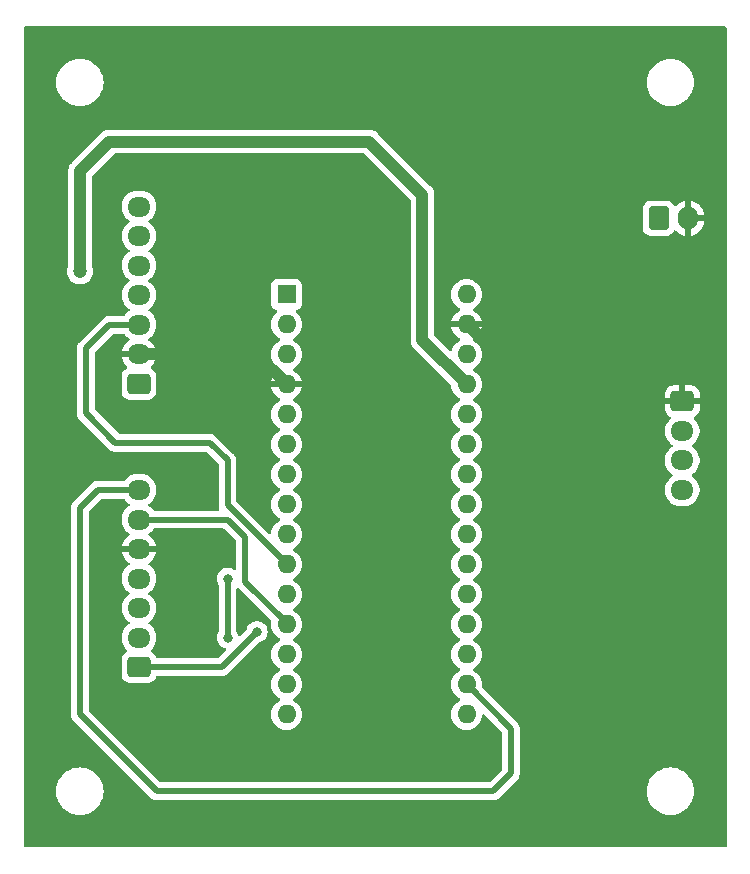
<source format=gbr>
%TF.GenerationSoftware,KiCad,Pcbnew,8.0.1*%
%TF.CreationDate,2024-05-22T11:11:13+02:00*%
%TF.ProjectId,Slave,536c6176-652e-46b6-9963-61645f706362,rev?*%
%TF.SameCoordinates,Original*%
%TF.FileFunction,Copper,L2,Bot*%
%TF.FilePolarity,Positive*%
%FSLAX46Y46*%
G04 Gerber Fmt 4.6, Leading zero omitted, Abs format (unit mm)*
G04 Created by KiCad (PCBNEW 8.0.1) date 2024-05-22 11:11:13*
%MOMM*%
%LPD*%
G01*
G04 APERTURE LIST*
G04 Aperture macros list*
%AMRoundRect*
0 Rectangle with rounded corners*
0 $1 Rounding radius*
0 $2 $3 $4 $5 $6 $7 $8 $9 X,Y pos of 4 corners*
0 Add a 4 corners polygon primitive as box body*
4,1,4,$2,$3,$4,$5,$6,$7,$8,$9,$2,$3,0*
0 Add four circle primitives for the rounded corners*
1,1,$1+$1,$2,$3*
1,1,$1+$1,$4,$5*
1,1,$1+$1,$6,$7*
1,1,$1+$1,$8,$9*
0 Add four rect primitives between the rounded corners*
20,1,$1+$1,$2,$3,$4,$5,0*
20,1,$1+$1,$4,$5,$6,$7,0*
20,1,$1+$1,$6,$7,$8,$9,0*
20,1,$1+$1,$8,$9,$2,$3,0*%
G04 Aperture macros list end*
%TA.AperFunction,ComponentPad*%
%ADD10RoundRect,0.250000X-0.600000X-0.750000X0.600000X-0.750000X0.600000X0.750000X-0.600000X0.750000X0*%
%TD*%
%TA.AperFunction,ComponentPad*%
%ADD11O,1.700000X2.000000*%
%TD*%
%TA.AperFunction,ComponentPad*%
%ADD12RoundRect,0.250000X-0.725000X0.600000X-0.725000X-0.600000X0.725000X-0.600000X0.725000X0.600000X0*%
%TD*%
%TA.AperFunction,ComponentPad*%
%ADD13O,1.950000X1.700000*%
%TD*%
%TA.AperFunction,ComponentPad*%
%ADD14R,1.600000X1.600000*%
%TD*%
%TA.AperFunction,ComponentPad*%
%ADD15O,1.600000X1.600000*%
%TD*%
%TA.AperFunction,ComponentPad*%
%ADD16RoundRect,0.250000X0.725000X-0.600000X0.725000X0.600000X-0.725000X0.600000X-0.725000X-0.600000X0*%
%TD*%
%TA.AperFunction,ViaPad*%
%ADD17C,0.800000*%
%TD*%
%TA.AperFunction,ViaPad*%
%ADD18C,1.200000*%
%TD*%
%TA.AperFunction,Conductor*%
%ADD19C,1.000000*%
%TD*%
%TA.AperFunction,Conductor*%
%ADD20C,0.500000*%
%TD*%
G04 APERTURE END LIST*
D10*
%TO.P,J2,1,Pin_1*%
%TO.N,+12V*%
X154000000Y-59000000D03*
D11*
%TO.P,J2,2,Pin_2*%
%TO.N,GND*%
X156500000Y-59000000D03*
%TD*%
D12*
%TO.P,J6,1,Pin_1*%
%TO.N,GND*%
X156000000Y-74500000D03*
D13*
%TO.P,J6,2,Pin_2*%
%TO.N,+5V*%
X156000000Y-77000000D03*
%TO.P,J6,3,Pin_3*%
%TO.N,/SCL_OLED*%
X156000000Y-79500000D03*
%TO.P,J6,4,Pin_4*%
%TO.N,/SDA_OLED*%
X156000000Y-82000000D03*
%TD*%
D14*
%TO.P,A1,1,D1/TX*%
%TO.N,unconnected-(A1-D1{slash}TX-Pad1)*%
X122500000Y-65440000D03*
D15*
%TO.P,A1,2,D0/RX*%
%TO.N,unconnected-(A1-D0{slash}RX-Pad2)*%
X122500000Y-67980000D03*
%TO.P,A1,3,~{RESET}*%
%TO.N,unconnected-(A1-~{RESET}-Pad3)*%
X122500000Y-70520000D03*
%TO.P,A1,4,GND*%
%TO.N,GND*%
X122500000Y-73060000D03*
%TO.P,A1,5,D2*%
%TO.N,unconnected-(A1-D2-Pad5)*%
X122500000Y-75600000D03*
%TO.P,A1,6,D3*%
%TO.N,/INT*%
X122500000Y-78140000D03*
%TO.P,A1,7,D4*%
%TO.N,unconnected-(A1-D4-Pad7)*%
X122500000Y-80680000D03*
%TO.P,A1,8,D5*%
%TO.N,unconnected-(A1-D5-Pad8)*%
X122500000Y-83220000D03*
%TO.P,A1,9,D6*%
%TO.N,unconnected-(A1-D6-Pad9)*%
X122500000Y-85760000D03*
%TO.P,A1,10,D7*%
%TO.N,/CS*%
X122500000Y-88300000D03*
%TO.P,A1,11,D8*%
%TO.N,/SDA*%
X122500000Y-90840000D03*
%TO.P,A1,12,D9*%
%TO.N,/RST*%
X122500000Y-93380000D03*
%TO.P,A1,13,D10*%
%TO.N,unconnected-(A1-D10-Pad13)*%
X122500000Y-95920000D03*
%TO.P,A1,14,D11*%
%TO.N,/SI*%
X122500000Y-98460000D03*
%TO.P,A1,15,D12*%
%TO.N,/SO*%
X122500000Y-101000000D03*
%TO.P,A1,16,D13*%
%TO.N,/SCK*%
X137740000Y-101000000D03*
%TO.P,A1,17,3V3*%
%TO.N,+3.3V*%
X137740000Y-98460000D03*
%TO.P,A1,18,AREF*%
%TO.N,unconnected-(A1-AREF-Pad18)*%
X137740000Y-95920000D03*
%TO.P,A1,19,A0*%
%TO.N,unconnected-(A1-A0-Pad19)*%
X137740000Y-93380000D03*
%TO.P,A1,20,A1*%
%TO.N,unconnected-(A1-A1-Pad20)*%
X137740000Y-90840000D03*
%TO.P,A1,21,A2*%
%TO.N,/RFID_LED*%
X137740000Y-88300000D03*
%TO.P,A1,22,A3*%
%TO.N,/CAN_LED*%
X137740000Y-85760000D03*
%TO.P,A1,23,A4*%
%TO.N,/SDA_OLED*%
X137740000Y-83220000D03*
%TO.P,A1,24,A5*%
%TO.N,/SCL_OLED*%
X137740000Y-80680000D03*
%TO.P,A1,25,A6*%
%TO.N,unconnected-(A1-A6-Pad25)*%
X137740000Y-78140000D03*
%TO.P,A1,26,A7*%
%TO.N,unconnected-(A1-A7-Pad26)*%
X137740000Y-75600000D03*
%TO.P,A1,27,+5V*%
%TO.N,+5V*%
X137740000Y-73060000D03*
%TO.P,A1,28,~{RESET}*%
%TO.N,unconnected-(A1-~{RESET}-Pad28)*%
X137740000Y-70520000D03*
%TO.P,A1,29,GND*%
%TO.N,GND*%
X137740000Y-67980000D03*
%TO.P,A1,30,VIN*%
%TO.N,+12V*%
X137740000Y-65440000D03*
%TD*%
D16*
%TO.P,J1,1,Pin_1*%
%TO.N,/SDA*%
X110000000Y-97000000D03*
D13*
%TO.P,J1,2,Pin_2*%
%TO.N,/SCK*%
X110000000Y-94500000D03*
%TO.P,J1,3,Pin_3*%
%TO.N,/SI*%
X110000000Y-92000000D03*
%TO.P,J1,4,Pin_4*%
%TO.N,/SO*%
X110000000Y-89500000D03*
%TO.P,J1,5,Pin_5*%
%TO.N,GND*%
X110000000Y-87000000D03*
%TO.P,J1,6,Pin_6*%
%TO.N,/RST*%
X110000000Y-84500000D03*
%TO.P,J1,7,Pin_7*%
%TO.N,+3.3V*%
X110000000Y-82000000D03*
%TD*%
D16*
%TO.P,J3,1,Pin_1*%
%TO.N,+5V*%
X110000000Y-73000000D03*
D13*
%TO.P,J3,2,Pin_2*%
%TO.N,GND*%
X110000000Y-70500000D03*
%TO.P,J3,3,Pin_3*%
%TO.N,/CS*%
X110000000Y-68000000D03*
%TO.P,J3,4,Pin_4*%
%TO.N,/SO*%
X110000000Y-65500000D03*
%TO.P,J3,5,Pin_5*%
%TO.N,/SI*%
X110000000Y-63000000D03*
%TO.P,J3,6,Pin_6*%
%TO.N,/SCK*%
X110000000Y-60500000D03*
%TO.P,J3,7,Pin_7*%
%TO.N,/INT*%
X110000000Y-58000000D03*
%TD*%
D17*
%TO.N,GND*%
X144500000Y-79000000D03*
X117600000Y-60500000D03*
X141000000Y-79000000D03*
D18*
X151000000Y-85500000D03*
D17*
X117600000Y-67000000D03*
D18*
X115500000Y-76000000D03*
D17*
%TO.N,/SDA*%
X120000000Y-94000000D03*
%TO.N,/SO*%
X117500000Y-94500000D03*
X117500000Y-89500000D03*
D18*
%TO.N,+5V*%
X105000000Y-63500000D03*
%TD*%
D19*
%TO.N,GND*%
X146760000Y-81260000D02*
X151000000Y-85500000D01*
X115500000Y-70500000D02*
X119940000Y-70500000D01*
X146760000Y-77000000D02*
X137740000Y-67980000D01*
X119940000Y-70500000D02*
X122500000Y-73060000D01*
X110000000Y-70500000D02*
X115500000Y-70500000D01*
X146760000Y-77000000D02*
X146760000Y-81260000D01*
X115500000Y-70500000D02*
X115500000Y-76000000D01*
D20*
%TO.N,/CS*%
X105500000Y-75500000D02*
X108000000Y-78000000D01*
X110000000Y-68000000D02*
X107500000Y-68000000D01*
X108000000Y-78000000D02*
X116000000Y-78000000D01*
X116000000Y-78000000D02*
X117500000Y-79500000D01*
X117500000Y-79500000D02*
X117500000Y-83300000D01*
X107500000Y-68000000D02*
X105500000Y-70000000D01*
X117500000Y-83300000D02*
X122500000Y-88300000D01*
X105500000Y-70000000D02*
X105500000Y-75500000D01*
%TO.N,/SDA*%
X117000000Y-97000000D02*
X110000000Y-97000000D01*
X120000000Y-94000000D02*
X117000000Y-97000000D01*
%TO.N,/RST*%
X122500000Y-93297918D02*
X119000000Y-89797918D01*
X122500000Y-93380000D02*
X122500000Y-93297918D01*
X119000000Y-89797918D02*
X119000000Y-86000000D01*
X119000000Y-86000000D02*
X117500000Y-84500000D01*
X117500000Y-84500000D02*
X110000000Y-84500000D01*
%TO.N,/SO*%
X117500000Y-89500000D02*
X117500000Y-94500000D01*
%TO.N,+3.3V*%
X111500000Y-107500000D02*
X140000000Y-107500000D01*
X106500000Y-82000000D02*
X105000000Y-83500000D01*
X141500000Y-102220000D02*
X137740000Y-98460000D01*
X105000000Y-101000000D02*
X111500000Y-107500000D01*
X110000000Y-82000000D02*
X106500000Y-82000000D01*
X140000000Y-107500000D02*
X141500000Y-106000000D01*
X105000000Y-83500000D02*
X105000000Y-101000000D01*
X141500000Y-106000000D02*
X141500000Y-102220000D01*
D19*
%TO.N,+5V*%
X134000000Y-69320000D02*
X137740000Y-73060000D01*
X105000000Y-55000000D02*
X107500000Y-52500000D01*
X107500000Y-52500000D02*
X129500000Y-52500000D01*
X134000000Y-57000000D02*
X134000000Y-69320000D01*
X105000000Y-63500000D02*
X105000000Y-55000000D01*
X129500000Y-52500000D02*
X134000000Y-57000000D01*
%TD*%
%TA.AperFunction,Conductor*%
%TO.N,GND*%
G36*
X117204809Y-85270185D02*
G01*
X117225451Y-85286819D01*
X118213181Y-86274548D01*
X118246666Y-86335871D01*
X118249500Y-86362229D01*
X118249500Y-88688101D01*
X118229815Y-88755140D01*
X118177011Y-88800895D01*
X118107853Y-88810839D01*
X118052615Y-88788419D01*
X117952734Y-88715851D01*
X117952729Y-88715848D01*
X117779807Y-88638857D01*
X117779802Y-88638855D01*
X117634001Y-88607865D01*
X117594646Y-88599500D01*
X117405354Y-88599500D01*
X117372897Y-88606398D01*
X117220197Y-88638855D01*
X117220192Y-88638857D01*
X117047270Y-88715848D01*
X117047265Y-88715851D01*
X116894129Y-88827111D01*
X116767466Y-88967785D01*
X116672821Y-89131715D01*
X116672818Y-89131722D01*
X116614327Y-89311740D01*
X116614326Y-89311744D01*
X116594540Y-89500000D01*
X116614326Y-89688256D01*
X116614327Y-89688259D01*
X116672818Y-89868277D01*
X116672821Y-89868284D01*
X116732887Y-89972321D01*
X116749500Y-90034321D01*
X116749500Y-93965677D01*
X116732887Y-94027677D01*
X116672821Y-94131714D01*
X116617701Y-94301357D01*
X116614326Y-94311744D01*
X116594540Y-94500000D01*
X116614326Y-94688256D01*
X116614327Y-94688259D01*
X116672818Y-94868277D01*
X116672821Y-94868284D01*
X116767467Y-95032216D01*
X116894129Y-95172888D01*
X117047265Y-95284148D01*
X117047270Y-95284151D01*
X117220192Y-95361142D01*
X117220197Y-95361144D01*
X117291467Y-95376293D01*
X117352949Y-95409485D01*
X117386725Y-95470648D01*
X117382073Y-95540363D01*
X117353367Y-95585264D01*
X116725451Y-96213181D01*
X116664128Y-96246666D01*
X116637770Y-96249500D01*
X111555301Y-96249500D01*
X111488262Y-96229815D01*
X111442507Y-96177011D01*
X111437595Y-96164504D01*
X111409814Y-96080666D01*
X111317712Y-95931344D01*
X111193656Y-95807288D01*
X111044334Y-95715186D01*
X111044333Y-95715185D01*
X111038878Y-95711821D01*
X110992154Y-95659873D01*
X110980931Y-95590910D01*
X111008775Y-95526828D01*
X111016272Y-95518623D01*
X111155104Y-95379792D01*
X111168653Y-95361144D01*
X111280048Y-95207820D01*
X111280047Y-95207820D01*
X111280051Y-95207816D01*
X111376557Y-95018412D01*
X111442246Y-94816243D01*
X111475500Y-94606287D01*
X111475500Y-94393713D01*
X111442246Y-94183757D01*
X111376557Y-93981588D01*
X111280051Y-93792184D01*
X111280049Y-93792181D01*
X111280048Y-93792179D01*
X111155109Y-93620213D01*
X111004792Y-93469896D01*
X111001885Y-93467784D01*
X110840204Y-93350316D01*
X110797540Y-93294989D01*
X110791561Y-93225376D01*
X110824166Y-93163580D01*
X110840199Y-93149686D01*
X111004792Y-93030104D01*
X111155104Y-92879792D01*
X111155106Y-92879788D01*
X111155109Y-92879786D01*
X111280048Y-92707820D01*
X111280047Y-92707820D01*
X111280051Y-92707816D01*
X111376557Y-92518412D01*
X111442246Y-92316243D01*
X111475500Y-92106287D01*
X111475500Y-91893713D01*
X111442246Y-91683757D01*
X111376557Y-91481588D01*
X111280051Y-91292184D01*
X111280049Y-91292181D01*
X111280048Y-91292179D01*
X111155109Y-91120213D01*
X111004792Y-90969896D01*
X111004784Y-90969890D01*
X110840204Y-90850316D01*
X110797540Y-90794989D01*
X110791561Y-90725376D01*
X110824166Y-90663580D01*
X110840199Y-90649686D01*
X111004792Y-90530104D01*
X111155104Y-90379792D01*
X111155106Y-90379788D01*
X111155109Y-90379786D01*
X111280048Y-90207820D01*
X111280047Y-90207820D01*
X111280051Y-90207816D01*
X111376557Y-90018412D01*
X111442246Y-89816243D01*
X111475500Y-89606287D01*
X111475500Y-89393713D01*
X111442246Y-89183757D01*
X111376557Y-88981588D01*
X111280051Y-88792184D01*
X111280049Y-88792181D01*
X111280048Y-88792179D01*
X111155109Y-88620213D01*
X111004790Y-88469894D01*
X111004785Y-88469890D01*
X110839781Y-88350008D01*
X110797115Y-88294678D01*
X110791136Y-88225065D01*
X110823741Y-88163270D01*
X110839781Y-88149371D01*
X111004466Y-88029721D01*
X111154723Y-87879464D01*
X111154727Y-87879459D01*
X111279620Y-87707557D01*
X111376095Y-87518217D01*
X111441757Y-87316129D01*
X111441757Y-87316126D01*
X111452231Y-87250000D01*
X110404146Y-87250000D01*
X110442630Y-87183343D01*
X110475000Y-87062535D01*
X110475000Y-86937465D01*
X110442630Y-86816657D01*
X110404146Y-86750000D01*
X111452231Y-86750000D01*
X111441757Y-86683873D01*
X111441757Y-86683870D01*
X111376095Y-86481782D01*
X111279620Y-86292442D01*
X111154727Y-86120540D01*
X111154723Y-86120535D01*
X111004464Y-85970276D01*
X111004459Y-85970272D01*
X110839781Y-85850627D01*
X110797115Y-85795297D01*
X110791136Y-85725684D01*
X110823741Y-85663889D01*
X110839776Y-85649994D01*
X111004792Y-85530104D01*
X111155104Y-85379792D01*
X111155108Y-85379786D01*
X111211903Y-85301615D01*
X111267233Y-85258949D01*
X111312221Y-85250500D01*
X117137770Y-85250500D01*
X117204809Y-85270185D01*
G37*
%TD.AperFunction*%
%TA.AperFunction,Conductor*%
G36*
X159692539Y-42770185D02*
G01*
X159738294Y-42822989D01*
X159749500Y-42874500D01*
X159749500Y-112125500D01*
X159729815Y-112192539D01*
X159677011Y-112238294D01*
X159625500Y-112249500D01*
X100374500Y-112249500D01*
X100307461Y-112229815D01*
X100261706Y-112177011D01*
X100250500Y-112125500D01*
X100250500Y-107500001D01*
X102994390Y-107500001D01*
X103014804Y-107785433D01*
X103075628Y-108065037D01*
X103075630Y-108065043D01*
X103075631Y-108065046D01*
X103134045Y-108221659D01*
X103175635Y-108333166D01*
X103312770Y-108584309D01*
X103312775Y-108584317D01*
X103484254Y-108813387D01*
X103484270Y-108813405D01*
X103686594Y-109015729D01*
X103686612Y-109015745D01*
X103915682Y-109187224D01*
X103915690Y-109187229D01*
X104166833Y-109324364D01*
X104166832Y-109324364D01*
X104166836Y-109324365D01*
X104166839Y-109324367D01*
X104434954Y-109424369D01*
X104434960Y-109424370D01*
X104434962Y-109424371D01*
X104714566Y-109485195D01*
X104714568Y-109485195D01*
X104714572Y-109485196D01*
X104968220Y-109503337D01*
X104999999Y-109505610D01*
X105000000Y-109505610D01*
X105000001Y-109505610D01*
X105028595Y-109503564D01*
X105285428Y-109485196D01*
X105565046Y-109424369D01*
X105833161Y-109324367D01*
X106084315Y-109187226D01*
X106313395Y-109015739D01*
X106515739Y-108813395D01*
X106687226Y-108584315D01*
X106824367Y-108333161D01*
X106924369Y-108065046D01*
X106985196Y-107785428D01*
X107005610Y-107500000D01*
X106985196Y-107214572D01*
X106941371Y-107013113D01*
X106924371Y-106934962D01*
X106924370Y-106934960D01*
X106924369Y-106934954D01*
X106824367Y-106666839D01*
X106721481Y-106478419D01*
X106687229Y-106415690D01*
X106687224Y-106415682D01*
X106515745Y-106186612D01*
X106515729Y-106186594D01*
X106313405Y-105984270D01*
X106313387Y-105984254D01*
X106084317Y-105812775D01*
X106084309Y-105812770D01*
X105833166Y-105675635D01*
X105833167Y-105675635D01*
X105725915Y-105635632D01*
X105565046Y-105575631D01*
X105565043Y-105575630D01*
X105565037Y-105575628D01*
X105285433Y-105514804D01*
X105000001Y-105494390D01*
X104999999Y-105494390D01*
X104714566Y-105514804D01*
X104434962Y-105575628D01*
X104166833Y-105675635D01*
X103915690Y-105812770D01*
X103915682Y-105812775D01*
X103686612Y-105984254D01*
X103686594Y-105984270D01*
X103484270Y-106186594D01*
X103484254Y-106186612D01*
X103312775Y-106415682D01*
X103312770Y-106415690D01*
X103175635Y-106666833D01*
X103075628Y-106934962D01*
X103014804Y-107214566D01*
X102994390Y-107499998D01*
X102994390Y-107500001D01*
X100250500Y-107500001D01*
X100250500Y-63500000D01*
X103894785Y-63500000D01*
X103913602Y-63703082D01*
X103969417Y-63899247D01*
X103969422Y-63899260D01*
X104060327Y-64081821D01*
X104183237Y-64244581D01*
X104333958Y-64381980D01*
X104333960Y-64381982D01*
X104359288Y-64397664D01*
X104507363Y-64489348D01*
X104697544Y-64563024D01*
X104898024Y-64600500D01*
X104898026Y-64600500D01*
X105101974Y-64600500D01*
X105101976Y-64600500D01*
X105302456Y-64563024D01*
X105492637Y-64489348D01*
X105666041Y-64381981D01*
X105794122Y-64265219D01*
X105816762Y-64244581D01*
X105846644Y-64205011D01*
X105939673Y-64081821D01*
X106030582Y-63899250D01*
X106086397Y-63703083D01*
X106105215Y-63500000D01*
X106086397Y-63296917D01*
X106030582Y-63100750D01*
X106022094Y-63083703D01*
X106013499Y-63066441D01*
X106000500Y-63011171D01*
X106000500Y-55465782D01*
X106020185Y-55398743D01*
X106036819Y-55378101D01*
X107878101Y-53536819D01*
X107939424Y-53503334D01*
X107965782Y-53500500D01*
X129034218Y-53500500D01*
X129101257Y-53520185D01*
X129121899Y-53536819D01*
X132963181Y-57378101D01*
X132996666Y-57439424D01*
X132999500Y-57465782D01*
X132999500Y-69418541D01*
X132999500Y-69418543D01*
X132999499Y-69418543D01*
X133037947Y-69611829D01*
X133037950Y-69611839D01*
X133113364Y-69793907D01*
X133113371Y-69793920D01*
X133222859Y-69957780D01*
X133222860Y-69957781D01*
X133222861Y-69957782D01*
X133362218Y-70097139D01*
X133362219Y-70097139D01*
X133369286Y-70104206D01*
X133369285Y-70104206D01*
X133369289Y-70104209D01*
X136413111Y-73148032D01*
X136446596Y-73209355D01*
X136448958Y-73224903D01*
X136454364Y-73286688D01*
X136454366Y-73286697D01*
X136513258Y-73506488D01*
X136513261Y-73506497D01*
X136609431Y-73712732D01*
X136609432Y-73712734D01*
X136739954Y-73899141D01*
X136900858Y-74060045D01*
X136900861Y-74060047D01*
X137087266Y-74190568D01*
X137144681Y-74217341D01*
X137145275Y-74217618D01*
X137197714Y-74263791D01*
X137216866Y-74330984D01*
X137196650Y-74397865D01*
X137145275Y-74442382D01*
X137087267Y-74469431D01*
X137087265Y-74469432D01*
X136900858Y-74599954D01*
X136739954Y-74760858D01*
X136609432Y-74947265D01*
X136609431Y-74947267D01*
X136513261Y-75153502D01*
X136513258Y-75153511D01*
X136454366Y-75373302D01*
X136454364Y-75373313D01*
X136434532Y-75599998D01*
X136434532Y-75600001D01*
X136454364Y-75826686D01*
X136454366Y-75826697D01*
X136513258Y-76046488D01*
X136513261Y-76046497D01*
X136609431Y-76252732D01*
X136609432Y-76252734D01*
X136739954Y-76439141D01*
X136900858Y-76600045D01*
X136900861Y-76600047D01*
X137087266Y-76730568D01*
X137145275Y-76757618D01*
X137197714Y-76803791D01*
X137216866Y-76870984D01*
X137196650Y-76937865D01*
X137145275Y-76982382D01*
X137087267Y-77009431D01*
X137087265Y-77009432D01*
X136900858Y-77139954D01*
X136739954Y-77300858D01*
X136609432Y-77487265D01*
X136609431Y-77487267D01*
X136513261Y-77693502D01*
X136513258Y-77693511D01*
X136454366Y-77913302D01*
X136454364Y-77913313D01*
X136434532Y-78139998D01*
X136434532Y-78140001D01*
X136454364Y-78366686D01*
X136454366Y-78366697D01*
X136513258Y-78586488D01*
X136513261Y-78586497D01*
X136609431Y-78792732D01*
X136609432Y-78792734D01*
X136739954Y-78979141D01*
X136900858Y-79140045D01*
X136900861Y-79140047D01*
X137087266Y-79270568D01*
X137109835Y-79281092D01*
X137145275Y-79297618D01*
X137197714Y-79343791D01*
X137216866Y-79410984D01*
X137196650Y-79477865D01*
X137145275Y-79522382D01*
X137087267Y-79549431D01*
X137087265Y-79549432D01*
X136900858Y-79679954D01*
X136739954Y-79840858D01*
X136609432Y-80027265D01*
X136609431Y-80027267D01*
X136513261Y-80233502D01*
X136513258Y-80233511D01*
X136454366Y-80453302D01*
X136454364Y-80453313D01*
X136434532Y-80679998D01*
X136434532Y-80680001D01*
X136454364Y-80906686D01*
X136454366Y-80906697D01*
X136513258Y-81126488D01*
X136513261Y-81126497D01*
X136609431Y-81332732D01*
X136609432Y-81332734D01*
X136739954Y-81519141D01*
X136900858Y-81680045D01*
X136900861Y-81680047D01*
X137087266Y-81810568D01*
X137145275Y-81837618D01*
X137197714Y-81883791D01*
X137216866Y-81950984D01*
X137196650Y-82017865D01*
X137145275Y-82062382D01*
X137087267Y-82089431D01*
X137087265Y-82089432D01*
X136900858Y-82219954D01*
X136739954Y-82380858D01*
X136609432Y-82567265D01*
X136609431Y-82567267D01*
X136513261Y-82773502D01*
X136513258Y-82773511D01*
X136454366Y-82993302D01*
X136454364Y-82993313D01*
X136434532Y-83219998D01*
X136434532Y-83220001D01*
X136454364Y-83446686D01*
X136454366Y-83446697D01*
X136513258Y-83666488D01*
X136513261Y-83666497D01*
X136609431Y-83872732D01*
X136609432Y-83872734D01*
X136739954Y-84059141D01*
X136900858Y-84220045D01*
X136900861Y-84220047D01*
X137087266Y-84350568D01*
X137145275Y-84377618D01*
X137197714Y-84423791D01*
X137216866Y-84490984D01*
X137196650Y-84557865D01*
X137145275Y-84602381D01*
X137128272Y-84610310D01*
X137087267Y-84629431D01*
X137087265Y-84629432D01*
X136900858Y-84759954D01*
X136739954Y-84920858D01*
X136609432Y-85107265D01*
X136609431Y-85107267D01*
X136513261Y-85313502D01*
X136513258Y-85313511D01*
X136454366Y-85533302D01*
X136454364Y-85533313D01*
X136434532Y-85759998D01*
X136434532Y-85760001D01*
X136454364Y-85986686D01*
X136454366Y-85986697D01*
X136513258Y-86206488D01*
X136513261Y-86206497D01*
X136609431Y-86412732D01*
X136609432Y-86412734D01*
X136739954Y-86599141D01*
X136900858Y-86760045D01*
X136900861Y-86760047D01*
X137087266Y-86890568D01*
X137131576Y-86911230D01*
X137145275Y-86917618D01*
X137197714Y-86963791D01*
X137216866Y-87030984D01*
X137196650Y-87097865D01*
X137145275Y-87142382D01*
X137087267Y-87169431D01*
X137087265Y-87169432D01*
X136900858Y-87299954D01*
X136739954Y-87460858D01*
X136609432Y-87647265D01*
X136609431Y-87647267D01*
X136513261Y-87853502D01*
X136513258Y-87853511D01*
X136454366Y-88073302D01*
X136454364Y-88073313D01*
X136434532Y-88299998D01*
X136434532Y-88300001D01*
X136454364Y-88526686D01*
X136454366Y-88526697D01*
X136513258Y-88746488D01*
X136513261Y-88746497D01*
X136609431Y-88952732D01*
X136609432Y-88952734D01*
X136739954Y-89139141D01*
X136900858Y-89300045D01*
X136900861Y-89300047D01*
X137087266Y-89430568D01*
X137145275Y-89457618D01*
X137197714Y-89503791D01*
X137216866Y-89570984D01*
X137196650Y-89637865D01*
X137145275Y-89682382D01*
X137087267Y-89709431D01*
X137087265Y-89709432D01*
X136900858Y-89839954D01*
X136739954Y-90000858D01*
X136609432Y-90187265D01*
X136609431Y-90187267D01*
X136513261Y-90393502D01*
X136513258Y-90393511D01*
X136454366Y-90613302D01*
X136454364Y-90613313D01*
X136434532Y-90839998D01*
X136434532Y-90840001D01*
X136454364Y-91066686D01*
X136454366Y-91066697D01*
X136513258Y-91286488D01*
X136513261Y-91286497D01*
X136609431Y-91492732D01*
X136609432Y-91492734D01*
X136739954Y-91679141D01*
X136900858Y-91840045D01*
X136900861Y-91840047D01*
X137087266Y-91970568D01*
X137145275Y-91997618D01*
X137197714Y-92043791D01*
X137216866Y-92110984D01*
X137196650Y-92177865D01*
X137145275Y-92222382D01*
X137087267Y-92249431D01*
X137087265Y-92249432D01*
X136900858Y-92379954D01*
X136739954Y-92540858D01*
X136609432Y-92727265D01*
X136609431Y-92727267D01*
X136513261Y-92933502D01*
X136513258Y-92933511D01*
X136454366Y-93153302D01*
X136454364Y-93153313D01*
X136434532Y-93379998D01*
X136434532Y-93380001D01*
X136454364Y-93606686D01*
X136454366Y-93606697D01*
X136513258Y-93826488D01*
X136513261Y-93826497D01*
X136609431Y-94032732D01*
X136609432Y-94032734D01*
X136739954Y-94219141D01*
X136900858Y-94380045D01*
X136900861Y-94380047D01*
X137087266Y-94510568D01*
X137145275Y-94537618D01*
X137197714Y-94583791D01*
X137216866Y-94650984D01*
X137196650Y-94717865D01*
X137145275Y-94762382D01*
X137087267Y-94789431D01*
X137087265Y-94789432D01*
X136900858Y-94919954D01*
X136739954Y-95080858D01*
X136609432Y-95267265D01*
X136609431Y-95267267D01*
X136513261Y-95473502D01*
X136513258Y-95473511D01*
X136454366Y-95693302D01*
X136454364Y-95693313D01*
X136434532Y-95919998D01*
X136434532Y-95920001D01*
X136454364Y-96146686D01*
X136454366Y-96146697D01*
X136513258Y-96366488D01*
X136513261Y-96366497D01*
X136609431Y-96572732D01*
X136609432Y-96572734D01*
X136739954Y-96759141D01*
X136900858Y-96920045D01*
X136900861Y-96920047D01*
X137087266Y-97050568D01*
X137145275Y-97077618D01*
X137197714Y-97123791D01*
X137216866Y-97190984D01*
X137196650Y-97257865D01*
X137145275Y-97302382D01*
X137087267Y-97329431D01*
X137087265Y-97329432D01*
X136900858Y-97459954D01*
X136739954Y-97620858D01*
X136609432Y-97807265D01*
X136609431Y-97807267D01*
X136513261Y-98013502D01*
X136513258Y-98013511D01*
X136454366Y-98233302D01*
X136454364Y-98233313D01*
X136434532Y-98459998D01*
X136434532Y-98460001D01*
X136454364Y-98686686D01*
X136454366Y-98686697D01*
X136513258Y-98906488D01*
X136513261Y-98906497D01*
X136609431Y-99112732D01*
X136609432Y-99112734D01*
X136739954Y-99299141D01*
X136900858Y-99460045D01*
X136900861Y-99460047D01*
X137087266Y-99590568D01*
X137145275Y-99617618D01*
X137197714Y-99663791D01*
X137216866Y-99730984D01*
X137196650Y-99797865D01*
X137145275Y-99842382D01*
X137087267Y-99869431D01*
X137087265Y-99869432D01*
X136900858Y-99999954D01*
X136739954Y-100160858D01*
X136609432Y-100347265D01*
X136609431Y-100347267D01*
X136513261Y-100553502D01*
X136513258Y-100553511D01*
X136454366Y-100773302D01*
X136454364Y-100773313D01*
X136434532Y-100999998D01*
X136434532Y-101000001D01*
X136454364Y-101226686D01*
X136454366Y-101226697D01*
X136513258Y-101446488D01*
X136513261Y-101446497D01*
X136609431Y-101652732D01*
X136609432Y-101652734D01*
X136739954Y-101839141D01*
X136900858Y-102000045D01*
X136900861Y-102000047D01*
X137087266Y-102130568D01*
X137293504Y-102226739D01*
X137513308Y-102285635D01*
X137675230Y-102299801D01*
X137739998Y-102305468D01*
X137740000Y-102305468D01*
X137740002Y-102305468D01*
X137796673Y-102300509D01*
X137966692Y-102285635D01*
X138186496Y-102226739D01*
X138392734Y-102130568D01*
X138579139Y-102000047D01*
X138740047Y-101839139D01*
X138870568Y-101652734D01*
X138966739Y-101446496D01*
X139025635Y-101226692D01*
X139036223Y-101105670D01*
X139061674Y-101040604D01*
X139118265Y-100999626D01*
X139188027Y-100995747D01*
X139247431Y-101028799D01*
X140713181Y-102494549D01*
X140746666Y-102555872D01*
X140749500Y-102582230D01*
X140749500Y-105637770D01*
X140729815Y-105704809D01*
X140713181Y-105725451D01*
X139725451Y-106713181D01*
X139664128Y-106746666D01*
X139637770Y-106749500D01*
X111862229Y-106749500D01*
X111795190Y-106729815D01*
X111774548Y-106713181D01*
X105786819Y-100725451D01*
X105753334Y-100664128D01*
X105750500Y-100637770D01*
X105750500Y-83862229D01*
X105770185Y-83795190D01*
X105786819Y-83774548D01*
X106774548Y-82786819D01*
X106835871Y-82753334D01*
X106862229Y-82750500D01*
X108687779Y-82750500D01*
X108754818Y-82770185D01*
X108788097Y-82801615D01*
X108844892Y-82879788D01*
X108995209Y-83030105D01*
X108995214Y-83030109D01*
X109159793Y-83149682D01*
X109202459Y-83205011D01*
X109208438Y-83274625D01*
X109175833Y-83336420D01*
X109159793Y-83350318D01*
X108995214Y-83469890D01*
X108995209Y-83469894D01*
X108844890Y-83620213D01*
X108719951Y-83792179D01*
X108623444Y-83981585D01*
X108557753Y-84183760D01*
X108524500Y-84393713D01*
X108524500Y-84606286D01*
X108557753Y-84816239D01*
X108623444Y-85018414D01*
X108719951Y-85207820D01*
X108844890Y-85379786D01*
X108995209Y-85530105D01*
X108995214Y-85530109D01*
X109160218Y-85649991D01*
X109202884Y-85705320D01*
X109208863Y-85774934D01*
X109176258Y-85836729D01*
X109160218Y-85850627D01*
X108995540Y-85970272D01*
X108995535Y-85970276D01*
X108845276Y-86120535D01*
X108845272Y-86120540D01*
X108720379Y-86292442D01*
X108623904Y-86481782D01*
X108558242Y-86683870D01*
X108558242Y-86683873D01*
X108547769Y-86750000D01*
X109595854Y-86750000D01*
X109557370Y-86816657D01*
X109525000Y-86937465D01*
X109525000Y-87062535D01*
X109557370Y-87183343D01*
X109595854Y-87250000D01*
X108547769Y-87250000D01*
X108558242Y-87316126D01*
X108558242Y-87316129D01*
X108623904Y-87518217D01*
X108720379Y-87707557D01*
X108845272Y-87879459D01*
X108845276Y-87879464D01*
X108995535Y-88029723D01*
X108995540Y-88029727D01*
X109160218Y-88149372D01*
X109202884Y-88204701D01*
X109208863Y-88274315D01*
X109176258Y-88336110D01*
X109160218Y-88350008D01*
X108995214Y-88469890D01*
X108995209Y-88469894D01*
X108844890Y-88620213D01*
X108719951Y-88792179D01*
X108623444Y-88981585D01*
X108557753Y-89183760D01*
X108539335Y-89300047D01*
X108524500Y-89393713D01*
X108524500Y-89606287D01*
X108534534Y-89669644D01*
X108540836Y-89709431D01*
X108557754Y-89816243D01*
X108622929Y-90016831D01*
X108623444Y-90018414D01*
X108719951Y-90207820D01*
X108844890Y-90379786D01*
X108995209Y-90530105D01*
X108995214Y-90530109D01*
X109159793Y-90649682D01*
X109202459Y-90705011D01*
X109208438Y-90774625D01*
X109175833Y-90836420D01*
X109159793Y-90850318D01*
X108995214Y-90969890D01*
X108995209Y-90969894D01*
X108844890Y-91120213D01*
X108719951Y-91292179D01*
X108623444Y-91481585D01*
X108557753Y-91683760D01*
X108533000Y-91840045D01*
X108524500Y-91893713D01*
X108524500Y-92106287D01*
X108525088Y-92110000D01*
X108557753Y-92316239D01*
X108623444Y-92518414D01*
X108719951Y-92707820D01*
X108844890Y-92879786D01*
X108995209Y-93030105D01*
X108995214Y-93030109D01*
X109159793Y-93149682D01*
X109202459Y-93205011D01*
X109208438Y-93274625D01*
X109175833Y-93336420D01*
X109159793Y-93350318D01*
X108995214Y-93469890D01*
X108995209Y-93469894D01*
X108844890Y-93620213D01*
X108719951Y-93792179D01*
X108623444Y-93981585D01*
X108557753Y-94183760D01*
X108524500Y-94393713D01*
X108524500Y-94606286D01*
X108553507Y-94789432D01*
X108557754Y-94816243D01*
X108574663Y-94868284D01*
X108623444Y-95018414D01*
X108719951Y-95207820D01*
X108844890Y-95379786D01*
X108983705Y-95518601D01*
X109017190Y-95579924D01*
X109012206Y-95649616D01*
X108970334Y-95705549D01*
X108961121Y-95711821D01*
X108806342Y-95807289D01*
X108682289Y-95931342D01*
X108590187Y-96080663D01*
X108590186Y-96080666D01*
X108535001Y-96247203D01*
X108535001Y-96247204D01*
X108535000Y-96247204D01*
X108524500Y-96349983D01*
X108524500Y-97650001D01*
X108524501Y-97650018D01*
X108535000Y-97752796D01*
X108535001Y-97752799D01*
X108590185Y-97919331D01*
X108590186Y-97919334D01*
X108682288Y-98068656D01*
X108806344Y-98192712D01*
X108955666Y-98284814D01*
X109122203Y-98339999D01*
X109224991Y-98350500D01*
X110775008Y-98350499D01*
X110877797Y-98339999D01*
X111044334Y-98284814D01*
X111193656Y-98192712D01*
X111317712Y-98068656D01*
X111409814Y-97919334D01*
X111437595Y-97835495D01*
X111477368Y-97778051D01*
X111541884Y-97751228D01*
X111555301Y-97750500D01*
X117073920Y-97750500D01*
X117171462Y-97731096D01*
X117218913Y-97721658D01*
X117355495Y-97665084D01*
X117421680Y-97620861D01*
X117478416Y-97582952D01*
X120152770Y-94908595D01*
X120214091Y-94875112D01*
X120214427Y-94875039D01*
X120279803Y-94861144D01*
X120452730Y-94784151D01*
X120605871Y-94672888D01*
X120732533Y-94532216D01*
X120827179Y-94368284D01*
X120885674Y-94188256D01*
X120905460Y-94000000D01*
X120885674Y-93811744D01*
X120827179Y-93631716D01*
X120732533Y-93467784D01*
X120605871Y-93327112D01*
X120605870Y-93327111D01*
X120452734Y-93215851D01*
X120452729Y-93215848D01*
X120279807Y-93138857D01*
X120279802Y-93138855D01*
X120134001Y-93107865D01*
X120094646Y-93099500D01*
X119905354Y-93099500D01*
X119872897Y-93106398D01*
X119720197Y-93138855D01*
X119720192Y-93138857D01*
X119547270Y-93215848D01*
X119547265Y-93215851D01*
X119394129Y-93327111D01*
X119267466Y-93467785D01*
X119172821Y-93631715D01*
X119172819Y-93631719D01*
X119117478Y-93802041D01*
X119087228Y-93851403D01*
X118587911Y-94350720D01*
X118526588Y-94384205D01*
X118456896Y-94379221D01*
X118400963Y-94337349D01*
X118382299Y-94301357D01*
X118355585Y-94219141D01*
X118327179Y-94131716D01*
X118327178Y-94131714D01*
X118267113Y-94027677D01*
X118250500Y-93965677D01*
X118250500Y-90409148D01*
X118270185Y-90342109D01*
X118322989Y-90296354D01*
X118392147Y-90286410D01*
X118455703Y-90315435D01*
X118462181Y-90321467D01*
X121180661Y-93039946D01*
X121214146Y-93101269D01*
X121215098Y-93149150D01*
X121214365Y-93153306D01*
X121194532Y-93379999D01*
X121194532Y-93380001D01*
X121214364Y-93606686D01*
X121214366Y-93606697D01*
X121273258Y-93826488D01*
X121273261Y-93826497D01*
X121369431Y-94032732D01*
X121369432Y-94032734D01*
X121499954Y-94219141D01*
X121660858Y-94380045D01*
X121660861Y-94380047D01*
X121847266Y-94510568D01*
X121905275Y-94537618D01*
X121957714Y-94583791D01*
X121976866Y-94650984D01*
X121956650Y-94717865D01*
X121905275Y-94762382D01*
X121847267Y-94789431D01*
X121847265Y-94789432D01*
X121660858Y-94919954D01*
X121499954Y-95080858D01*
X121369432Y-95267265D01*
X121369431Y-95267267D01*
X121273261Y-95473502D01*
X121273258Y-95473511D01*
X121214366Y-95693302D01*
X121214364Y-95693313D01*
X121194532Y-95919998D01*
X121194532Y-95920001D01*
X121214364Y-96146686D01*
X121214366Y-96146697D01*
X121273258Y-96366488D01*
X121273261Y-96366497D01*
X121369431Y-96572732D01*
X121369432Y-96572734D01*
X121499954Y-96759141D01*
X121660858Y-96920045D01*
X121660861Y-96920047D01*
X121847266Y-97050568D01*
X121905275Y-97077618D01*
X121957714Y-97123791D01*
X121976866Y-97190984D01*
X121956650Y-97257865D01*
X121905275Y-97302382D01*
X121847267Y-97329431D01*
X121847265Y-97329432D01*
X121660858Y-97459954D01*
X121499954Y-97620858D01*
X121369432Y-97807265D01*
X121369431Y-97807267D01*
X121273261Y-98013502D01*
X121273258Y-98013511D01*
X121214366Y-98233302D01*
X121214364Y-98233313D01*
X121194532Y-98459998D01*
X121194532Y-98460001D01*
X121214364Y-98686686D01*
X121214366Y-98686697D01*
X121273258Y-98906488D01*
X121273261Y-98906497D01*
X121369431Y-99112732D01*
X121369432Y-99112734D01*
X121499954Y-99299141D01*
X121660858Y-99460045D01*
X121660861Y-99460047D01*
X121847266Y-99590568D01*
X121905275Y-99617618D01*
X121957714Y-99663791D01*
X121976866Y-99730984D01*
X121956650Y-99797865D01*
X121905275Y-99842382D01*
X121847267Y-99869431D01*
X121847265Y-99869432D01*
X121660858Y-99999954D01*
X121499954Y-100160858D01*
X121369432Y-100347265D01*
X121369431Y-100347267D01*
X121273261Y-100553502D01*
X121273258Y-100553511D01*
X121214366Y-100773302D01*
X121214364Y-100773313D01*
X121194532Y-100999998D01*
X121194532Y-101000001D01*
X121214364Y-101226686D01*
X121214366Y-101226697D01*
X121273258Y-101446488D01*
X121273261Y-101446497D01*
X121369431Y-101652732D01*
X121369432Y-101652734D01*
X121499954Y-101839141D01*
X121660858Y-102000045D01*
X121660861Y-102000047D01*
X121847266Y-102130568D01*
X122053504Y-102226739D01*
X122273308Y-102285635D01*
X122435230Y-102299801D01*
X122499998Y-102305468D01*
X122500000Y-102305468D01*
X122500002Y-102305468D01*
X122556673Y-102300509D01*
X122726692Y-102285635D01*
X122946496Y-102226739D01*
X123152734Y-102130568D01*
X123339139Y-102000047D01*
X123500047Y-101839139D01*
X123630568Y-101652734D01*
X123726739Y-101446496D01*
X123785635Y-101226692D01*
X123805468Y-101000000D01*
X123785635Y-100773308D01*
X123726739Y-100553504D01*
X123630568Y-100347266D01*
X123500047Y-100160861D01*
X123500045Y-100160858D01*
X123339141Y-99999954D01*
X123152734Y-99869432D01*
X123152728Y-99869429D01*
X123094725Y-99842382D01*
X123042285Y-99796210D01*
X123023133Y-99729017D01*
X123043348Y-99662135D01*
X123094725Y-99617618D01*
X123152734Y-99590568D01*
X123339139Y-99460047D01*
X123500047Y-99299139D01*
X123630568Y-99112734D01*
X123726739Y-98906496D01*
X123785635Y-98686692D01*
X123805468Y-98460000D01*
X123785635Y-98233308D01*
X123726739Y-98013504D01*
X123630568Y-97807266D01*
X123500047Y-97620861D01*
X123500045Y-97620858D01*
X123339141Y-97459954D01*
X123152734Y-97329432D01*
X123152728Y-97329429D01*
X123094725Y-97302382D01*
X123042285Y-97256210D01*
X123023133Y-97189017D01*
X123043348Y-97122135D01*
X123094725Y-97077618D01*
X123152734Y-97050568D01*
X123339139Y-96920047D01*
X123500047Y-96759139D01*
X123630568Y-96572734D01*
X123726739Y-96366496D01*
X123785635Y-96146692D01*
X123805468Y-95920000D01*
X123785635Y-95693308D01*
X123726739Y-95473504D01*
X123630568Y-95267266D01*
X123500047Y-95080861D01*
X123500045Y-95080858D01*
X123339141Y-94919954D01*
X123152734Y-94789432D01*
X123152728Y-94789429D01*
X123094725Y-94762382D01*
X123042285Y-94716210D01*
X123023133Y-94649017D01*
X123043348Y-94582135D01*
X123094725Y-94537618D01*
X123152734Y-94510568D01*
X123339139Y-94380047D01*
X123500047Y-94219139D01*
X123630568Y-94032734D01*
X123726739Y-93826496D01*
X123785635Y-93606692D01*
X123805468Y-93380000D01*
X123802401Y-93344949D01*
X123791107Y-93215851D01*
X123785635Y-93153308D01*
X123726739Y-92933504D01*
X123630568Y-92727266D01*
X123500047Y-92540861D01*
X123500045Y-92540858D01*
X123339141Y-92379954D01*
X123152734Y-92249432D01*
X123152728Y-92249429D01*
X123094725Y-92222382D01*
X123042285Y-92176210D01*
X123023133Y-92109017D01*
X123043348Y-92042135D01*
X123094725Y-91997618D01*
X123152734Y-91970568D01*
X123339139Y-91840047D01*
X123500047Y-91679139D01*
X123630568Y-91492734D01*
X123726739Y-91286496D01*
X123785635Y-91066692D01*
X123805468Y-90840000D01*
X123785635Y-90613308D01*
X123726739Y-90393504D01*
X123630568Y-90187266D01*
X123500047Y-90000861D01*
X123500045Y-90000858D01*
X123339141Y-89839954D01*
X123152734Y-89709432D01*
X123152728Y-89709429D01*
X123125038Y-89696517D01*
X123094724Y-89682381D01*
X123042285Y-89636210D01*
X123023133Y-89569017D01*
X123043348Y-89502135D01*
X123094725Y-89457618D01*
X123152734Y-89430568D01*
X123339139Y-89300047D01*
X123500047Y-89139139D01*
X123630568Y-88952734D01*
X123726739Y-88746496D01*
X123785635Y-88526692D01*
X123805468Y-88300000D01*
X123805002Y-88294678D01*
X123795210Y-88182754D01*
X123785635Y-88073308D01*
X123726739Y-87853504D01*
X123630568Y-87647266D01*
X123500047Y-87460861D01*
X123500045Y-87460858D01*
X123339141Y-87299954D01*
X123152734Y-87169432D01*
X123152728Y-87169429D01*
X123094725Y-87142382D01*
X123042285Y-87096210D01*
X123023133Y-87029017D01*
X123043348Y-86962135D01*
X123094725Y-86917618D01*
X123108424Y-86911230D01*
X123152734Y-86890568D01*
X123339139Y-86760047D01*
X123500047Y-86599139D01*
X123630568Y-86412734D01*
X123726739Y-86206496D01*
X123785635Y-85986692D01*
X123805468Y-85760000D01*
X123785635Y-85533308D01*
X123726739Y-85313504D01*
X123630568Y-85107266D01*
X123500047Y-84920861D01*
X123500045Y-84920858D01*
X123339141Y-84759954D01*
X123152734Y-84629432D01*
X123152728Y-84629429D01*
X123125038Y-84616517D01*
X123094724Y-84602381D01*
X123042285Y-84556210D01*
X123023133Y-84489017D01*
X123043348Y-84422135D01*
X123094725Y-84377618D01*
X123152734Y-84350568D01*
X123339139Y-84220047D01*
X123500047Y-84059139D01*
X123630568Y-83872734D01*
X123726739Y-83666496D01*
X123785635Y-83446692D01*
X123805468Y-83220000D01*
X123785635Y-82993308D01*
X123726739Y-82773504D01*
X123630568Y-82567266D01*
X123500047Y-82380861D01*
X123500045Y-82380858D01*
X123339141Y-82219954D01*
X123152734Y-82089432D01*
X123152728Y-82089429D01*
X123094725Y-82062382D01*
X123042285Y-82016210D01*
X123023133Y-81949017D01*
X123043348Y-81882135D01*
X123094725Y-81837618D01*
X123152734Y-81810568D01*
X123339139Y-81680047D01*
X123500047Y-81519139D01*
X123630568Y-81332734D01*
X123726739Y-81126496D01*
X123785635Y-80906692D01*
X123805468Y-80680000D01*
X123804031Y-80663580D01*
X123792354Y-80530104D01*
X123785635Y-80453308D01*
X123726739Y-80233504D01*
X123630568Y-80027266D01*
X123500047Y-79840861D01*
X123500045Y-79840858D01*
X123339141Y-79679954D01*
X123152734Y-79549432D01*
X123152728Y-79549429D01*
X123094725Y-79522382D01*
X123042285Y-79476210D01*
X123023133Y-79409017D01*
X123043348Y-79342135D01*
X123094725Y-79297618D01*
X123152734Y-79270568D01*
X123339139Y-79140047D01*
X123500047Y-78979139D01*
X123630568Y-78792734D01*
X123726739Y-78586496D01*
X123785635Y-78366692D01*
X123805468Y-78140000D01*
X123785635Y-77913308D01*
X123726739Y-77693504D01*
X123630568Y-77487266D01*
X123523891Y-77334914D01*
X123500045Y-77300858D01*
X123339141Y-77139954D01*
X123152734Y-77009432D01*
X123152728Y-77009429D01*
X123094725Y-76982382D01*
X123042285Y-76936210D01*
X123023133Y-76869017D01*
X123043348Y-76802135D01*
X123094725Y-76757618D01*
X123152734Y-76730568D01*
X123339139Y-76600047D01*
X123500047Y-76439139D01*
X123630568Y-76252734D01*
X123726739Y-76046496D01*
X123785635Y-75826692D01*
X123805468Y-75600000D01*
X123785635Y-75373308D01*
X123726739Y-75153504D01*
X123630568Y-74947266D01*
X123500047Y-74760861D01*
X123500045Y-74760858D01*
X123339141Y-74599954D01*
X123152734Y-74469432D01*
X123152732Y-74469431D01*
X123094725Y-74442382D01*
X123094132Y-74442105D01*
X123041694Y-74395934D01*
X123022542Y-74328740D01*
X123042758Y-74261859D01*
X123094134Y-74217341D01*
X123152484Y-74190132D01*
X123338820Y-74059657D01*
X123499657Y-73898820D01*
X123630134Y-73712482D01*
X123726265Y-73506326D01*
X123726269Y-73506317D01*
X123778872Y-73310000D01*
X122933012Y-73310000D01*
X122965925Y-73252993D01*
X123000000Y-73125826D01*
X123000000Y-72994174D01*
X122965925Y-72867007D01*
X122933012Y-72810000D01*
X123778872Y-72810000D01*
X123778872Y-72809999D01*
X123726269Y-72613682D01*
X123726265Y-72613673D01*
X123630134Y-72407517D01*
X123499657Y-72221179D01*
X123338820Y-72060342D01*
X123152482Y-71929865D01*
X123094133Y-71902657D01*
X123041694Y-71856484D01*
X123022542Y-71789291D01*
X123042758Y-71722410D01*
X123094129Y-71677895D01*
X123152734Y-71650568D01*
X123339139Y-71520047D01*
X123500047Y-71359139D01*
X123630568Y-71172734D01*
X123726739Y-70966496D01*
X123785635Y-70746692D01*
X123805468Y-70520000D01*
X123785635Y-70293308D01*
X123726739Y-70073504D01*
X123630568Y-69867266D01*
X123500047Y-69680861D01*
X123500045Y-69680858D01*
X123339141Y-69519954D01*
X123152734Y-69389432D01*
X123152728Y-69389429D01*
X123094725Y-69362382D01*
X123042285Y-69316210D01*
X123023133Y-69249017D01*
X123043348Y-69182135D01*
X123094725Y-69137618D01*
X123095319Y-69137341D01*
X123152734Y-69110568D01*
X123339139Y-68980047D01*
X123500047Y-68819139D01*
X123630568Y-68632734D01*
X123726739Y-68426496D01*
X123785635Y-68206692D01*
X123805468Y-67980000D01*
X123785635Y-67753308D01*
X123726739Y-67533504D01*
X123630568Y-67327266D01*
X123500047Y-67140861D01*
X123500045Y-67140858D01*
X123339143Y-66979956D01*
X123314536Y-66962726D01*
X123270912Y-66908149D01*
X123263719Y-66838650D01*
X123295241Y-66776296D01*
X123355471Y-66740882D01*
X123372404Y-66737861D01*
X123407483Y-66734091D01*
X123542331Y-66683796D01*
X123657546Y-66597546D01*
X123743796Y-66482331D01*
X123794091Y-66347483D01*
X123800500Y-66287873D01*
X123800499Y-64592128D01*
X123794091Y-64532517D01*
X123759567Y-64439954D01*
X123743797Y-64397671D01*
X123743793Y-64397664D01*
X123657547Y-64282455D01*
X123657544Y-64282452D01*
X123542335Y-64196206D01*
X123542328Y-64196202D01*
X123407482Y-64145908D01*
X123407483Y-64145908D01*
X123347883Y-64139501D01*
X123347881Y-64139500D01*
X123347873Y-64139500D01*
X123347864Y-64139500D01*
X121652129Y-64139500D01*
X121652123Y-64139501D01*
X121592516Y-64145908D01*
X121457671Y-64196202D01*
X121457664Y-64196206D01*
X121342455Y-64282452D01*
X121342452Y-64282455D01*
X121256206Y-64397664D01*
X121256202Y-64397671D01*
X121205908Y-64532517D01*
X121199501Y-64592116D01*
X121199501Y-64592123D01*
X121199500Y-64592135D01*
X121199500Y-66287870D01*
X121199501Y-66287876D01*
X121205908Y-66347483D01*
X121256202Y-66482328D01*
X121256206Y-66482335D01*
X121342452Y-66597544D01*
X121342455Y-66597547D01*
X121457664Y-66683793D01*
X121457671Y-66683797D01*
X121502618Y-66700561D01*
X121592517Y-66734091D01*
X121627596Y-66737862D01*
X121692144Y-66764599D01*
X121731993Y-66821991D01*
X121734488Y-66891816D01*
X121698836Y-66951905D01*
X121685464Y-66962725D01*
X121660858Y-66979954D01*
X121499954Y-67140858D01*
X121369432Y-67327265D01*
X121369431Y-67327267D01*
X121273261Y-67533502D01*
X121273258Y-67533511D01*
X121214366Y-67753302D01*
X121214364Y-67753313D01*
X121194532Y-67979998D01*
X121194532Y-67980001D01*
X121214364Y-68206686D01*
X121214366Y-68206697D01*
X121273258Y-68426488D01*
X121273261Y-68426497D01*
X121369431Y-68632732D01*
X121369432Y-68632734D01*
X121499954Y-68819141D01*
X121660858Y-68980045D01*
X121660861Y-68980047D01*
X121847266Y-69110568D01*
X121904681Y-69137341D01*
X121905275Y-69137618D01*
X121957714Y-69183791D01*
X121976866Y-69250984D01*
X121956650Y-69317865D01*
X121905275Y-69362382D01*
X121847267Y-69389431D01*
X121847265Y-69389432D01*
X121660858Y-69519954D01*
X121499954Y-69680858D01*
X121369432Y-69867265D01*
X121369431Y-69867267D01*
X121273261Y-70073502D01*
X121273258Y-70073511D01*
X121214366Y-70293302D01*
X121214364Y-70293313D01*
X121194532Y-70519998D01*
X121194532Y-70520001D01*
X121214364Y-70746686D01*
X121214366Y-70746697D01*
X121273258Y-70966488D01*
X121273261Y-70966497D01*
X121369431Y-71172732D01*
X121369432Y-71172734D01*
X121499954Y-71359141D01*
X121660858Y-71520045D01*
X121660861Y-71520047D01*
X121847266Y-71650568D01*
X121905865Y-71677893D01*
X121958305Y-71724065D01*
X121977457Y-71791258D01*
X121957242Y-71858139D01*
X121905867Y-71902657D01*
X121847515Y-71929867D01*
X121661179Y-72060342D01*
X121500342Y-72221179D01*
X121369865Y-72407517D01*
X121273734Y-72613673D01*
X121273730Y-72613682D01*
X121221127Y-72809999D01*
X121221128Y-72810000D01*
X122066988Y-72810000D01*
X122034075Y-72867007D01*
X122000000Y-72994174D01*
X122000000Y-73125826D01*
X122034075Y-73252993D01*
X122066988Y-73310000D01*
X121221128Y-73310000D01*
X121273730Y-73506317D01*
X121273734Y-73506326D01*
X121369865Y-73712482D01*
X121500342Y-73898820D01*
X121661179Y-74059657D01*
X121847518Y-74190134D01*
X121847520Y-74190135D01*
X121905865Y-74217342D01*
X121958305Y-74263514D01*
X121977457Y-74330707D01*
X121957242Y-74397589D01*
X121905867Y-74442105D01*
X121847268Y-74469431D01*
X121847264Y-74469433D01*
X121660858Y-74599954D01*
X121499954Y-74760858D01*
X121369432Y-74947265D01*
X121369431Y-74947267D01*
X121273261Y-75153502D01*
X121273258Y-75153511D01*
X121214366Y-75373302D01*
X121214364Y-75373313D01*
X121194532Y-75599998D01*
X121194532Y-75600001D01*
X121214364Y-75826686D01*
X121214366Y-75826697D01*
X121273258Y-76046488D01*
X121273261Y-76046497D01*
X121369431Y-76252732D01*
X121369432Y-76252734D01*
X121499954Y-76439141D01*
X121660858Y-76600045D01*
X121660861Y-76600047D01*
X121847266Y-76730568D01*
X121905275Y-76757618D01*
X121957714Y-76803791D01*
X121976866Y-76870984D01*
X121956650Y-76937865D01*
X121905275Y-76982382D01*
X121847267Y-77009431D01*
X121847265Y-77009432D01*
X121660858Y-77139954D01*
X121499954Y-77300858D01*
X121369432Y-77487265D01*
X121369431Y-77487267D01*
X121273261Y-77693502D01*
X121273258Y-77693511D01*
X121214366Y-77913302D01*
X121214364Y-77913313D01*
X121194532Y-78139998D01*
X121194532Y-78140001D01*
X121214364Y-78366686D01*
X121214366Y-78366697D01*
X121273258Y-78586488D01*
X121273261Y-78586497D01*
X121369431Y-78792732D01*
X121369432Y-78792734D01*
X121499954Y-78979141D01*
X121660858Y-79140045D01*
X121660861Y-79140047D01*
X121847266Y-79270568D01*
X121869835Y-79281092D01*
X121905275Y-79297618D01*
X121957714Y-79343791D01*
X121976866Y-79410984D01*
X121956650Y-79477865D01*
X121905275Y-79522382D01*
X121847267Y-79549431D01*
X121847265Y-79549432D01*
X121660858Y-79679954D01*
X121499954Y-79840858D01*
X121369432Y-80027265D01*
X121369431Y-80027267D01*
X121273261Y-80233502D01*
X121273258Y-80233511D01*
X121214366Y-80453302D01*
X121214364Y-80453313D01*
X121194532Y-80679998D01*
X121194532Y-80680001D01*
X121214364Y-80906686D01*
X121214366Y-80906697D01*
X121273258Y-81126488D01*
X121273261Y-81126497D01*
X121369431Y-81332732D01*
X121369432Y-81332734D01*
X121499954Y-81519141D01*
X121660858Y-81680045D01*
X121660861Y-81680047D01*
X121847266Y-81810568D01*
X121905275Y-81837618D01*
X121957714Y-81883791D01*
X121976866Y-81950984D01*
X121956650Y-82017865D01*
X121905275Y-82062382D01*
X121847267Y-82089431D01*
X121847265Y-82089432D01*
X121660858Y-82219954D01*
X121499954Y-82380858D01*
X121369432Y-82567265D01*
X121369431Y-82567267D01*
X121273261Y-82773502D01*
X121273258Y-82773511D01*
X121214366Y-82993302D01*
X121214364Y-82993313D01*
X121194532Y-83219998D01*
X121194532Y-83220001D01*
X121214364Y-83446686D01*
X121214366Y-83446697D01*
X121273258Y-83666488D01*
X121273261Y-83666497D01*
X121369431Y-83872732D01*
X121369432Y-83872734D01*
X121499954Y-84059141D01*
X121660858Y-84220045D01*
X121660861Y-84220047D01*
X121847266Y-84350568D01*
X121905275Y-84377618D01*
X121957714Y-84423791D01*
X121976866Y-84490984D01*
X121956650Y-84557865D01*
X121905275Y-84602381D01*
X121888272Y-84610310D01*
X121847267Y-84629431D01*
X121847265Y-84629432D01*
X121660858Y-84759954D01*
X121499954Y-84920858D01*
X121369432Y-85107265D01*
X121369431Y-85107267D01*
X121273261Y-85313502D01*
X121273258Y-85313511D01*
X121214366Y-85533302D01*
X121214364Y-85533312D01*
X121203777Y-85654327D01*
X121178324Y-85719395D01*
X121121733Y-85760374D01*
X121051971Y-85764252D01*
X120992568Y-85731200D01*
X118286819Y-83025451D01*
X118253334Y-82964128D01*
X118250500Y-82937770D01*
X118250500Y-79426079D01*
X118221659Y-79281092D01*
X118221658Y-79281091D01*
X118221658Y-79281087D01*
X118217301Y-79270568D01*
X118165087Y-79144511D01*
X118165080Y-79144498D01*
X118082952Y-79021585D01*
X118040506Y-78979139D01*
X117978416Y-78917049D01*
X117644319Y-78582952D01*
X116478421Y-77417052D01*
X116478414Y-77417046D01*
X116397417Y-77362926D01*
X116397318Y-77362861D01*
X116355495Y-77334916D01*
X116355494Y-77334915D01*
X116355492Y-77334914D01*
X116218917Y-77278343D01*
X116218907Y-77278340D01*
X116073920Y-77249500D01*
X116073918Y-77249500D01*
X108362230Y-77249500D01*
X108295191Y-77229815D01*
X108274549Y-77213181D01*
X106286819Y-75225451D01*
X106253334Y-75164128D01*
X106250500Y-75137770D01*
X106250500Y-70362229D01*
X106270185Y-70295190D01*
X106286819Y-70274548D01*
X107774548Y-68786819D01*
X107835871Y-68753334D01*
X107862229Y-68750500D01*
X108687779Y-68750500D01*
X108754818Y-68770185D01*
X108788097Y-68801615D01*
X108844892Y-68879788D01*
X108995209Y-69030105D01*
X108995214Y-69030109D01*
X109160218Y-69149991D01*
X109202884Y-69205320D01*
X109208863Y-69274934D01*
X109176258Y-69336729D01*
X109160218Y-69350627D01*
X108995540Y-69470272D01*
X108995535Y-69470276D01*
X108845276Y-69620535D01*
X108845272Y-69620540D01*
X108720379Y-69792442D01*
X108623904Y-69981782D01*
X108558242Y-70183870D01*
X108558242Y-70183873D01*
X108547769Y-70250000D01*
X109595854Y-70250000D01*
X109557370Y-70316657D01*
X109525000Y-70437465D01*
X109525000Y-70562535D01*
X109557370Y-70683343D01*
X109595854Y-70750000D01*
X108547769Y-70750000D01*
X108558242Y-70816126D01*
X108558242Y-70816129D01*
X108623904Y-71018217D01*
X108720379Y-71207557D01*
X108845272Y-71379459D01*
X108845276Y-71379464D01*
X108984143Y-71518331D01*
X109017628Y-71579654D01*
X109012644Y-71649346D01*
X108970772Y-71705279D01*
X108961559Y-71711551D01*
X108806342Y-71807289D01*
X108682289Y-71931342D01*
X108590187Y-72080663D01*
X108590186Y-72080666D01*
X108535001Y-72247203D01*
X108535001Y-72247204D01*
X108535000Y-72247204D01*
X108524500Y-72349983D01*
X108524500Y-73650001D01*
X108524501Y-73650018D01*
X108535000Y-73752796D01*
X108535001Y-73752799D01*
X108567215Y-73850013D01*
X108590186Y-73919334D01*
X108682288Y-74068656D01*
X108806344Y-74192712D01*
X108955666Y-74284814D01*
X109122203Y-74339999D01*
X109224991Y-74350500D01*
X110775008Y-74350499D01*
X110877797Y-74339999D01*
X111044334Y-74284814D01*
X111193656Y-74192712D01*
X111317712Y-74068656D01*
X111409814Y-73919334D01*
X111464999Y-73752797D01*
X111475500Y-73650009D01*
X111475499Y-72349992D01*
X111464999Y-72247203D01*
X111409814Y-72080666D01*
X111317712Y-71931344D01*
X111193656Y-71807288D01*
X111044334Y-71715186D01*
X111044332Y-71715185D01*
X111038440Y-71711551D01*
X110991716Y-71659603D01*
X110980493Y-71590641D01*
X111008337Y-71526558D01*
X111015856Y-71518330D01*
X111154728Y-71379458D01*
X111279620Y-71207557D01*
X111376095Y-71018217D01*
X111441757Y-70816129D01*
X111441757Y-70816126D01*
X111452231Y-70750000D01*
X110404146Y-70750000D01*
X110442630Y-70683343D01*
X110475000Y-70562535D01*
X110475000Y-70437465D01*
X110442630Y-70316657D01*
X110404146Y-70250000D01*
X111452231Y-70250000D01*
X111441757Y-70183873D01*
X111441757Y-70183870D01*
X111376095Y-69981782D01*
X111279620Y-69792442D01*
X111154727Y-69620540D01*
X111154723Y-69620535D01*
X111004464Y-69470276D01*
X111004459Y-69470272D01*
X110839781Y-69350627D01*
X110797115Y-69295297D01*
X110791136Y-69225684D01*
X110823741Y-69163889D01*
X110839776Y-69149994D01*
X111004792Y-69030104D01*
X111155104Y-68879792D01*
X111155106Y-68879788D01*
X111155109Y-68879786D01*
X111280048Y-68707820D01*
X111280047Y-68707820D01*
X111280051Y-68707816D01*
X111376557Y-68518412D01*
X111442246Y-68316243D01*
X111475500Y-68106287D01*
X111475500Y-67893713D01*
X111442246Y-67683757D01*
X111376557Y-67481588D01*
X111280051Y-67292184D01*
X111280049Y-67292181D01*
X111280048Y-67292179D01*
X111155109Y-67120213D01*
X111004792Y-66969896D01*
X110980029Y-66951905D01*
X110840204Y-66850316D01*
X110797540Y-66794989D01*
X110791561Y-66725376D01*
X110824166Y-66663580D01*
X110840199Y-66649686D01*
X111004792Y-66530104D01*
X111155104Y-66379792D01*
X111155106Y-66379788D01*
X111155109Y-66379786D01*
X111280048Y-66207820D01*
X111280047Y-66207820D01*
X111280051Y-66207816D01*
X111376557Y-66018412D01*
X111442246Y-65816243D01*
X111475500Y-65606287D01*
X111475500Y-65393713D01*
X111442246Y-65183757D01*
X111376557Y-64981588D01*
X111280051Y-64792184D01*
X111280049Y-64792181D01*
X111280048Y-64792179D01*
X111155109Y-64620213D01*
X111004792Y-64469896D01*
X110963580Y-64439954D01*
X110840204Y-64350316D01*
X110797540Y-64294989D01*
X110791561Y-64225376D01*
X110824166Y-64163580D01*
X110840199Y-64149686D01*
X111004792Y-64030104D01*
X111155104Y-63879792D01*
X111155106Y-63879788D01*
X111155109Y-63879786D01*
X111280048Y-63707820D01*
X111280047Y-63707820D01*
X111280051Y-63707816D01*
X111376557Y-63518412D01*
X111442246Y-63316243D01*
X111475500Y-63106287D01*
X111475500Y-62893713D01*
X111442246Y-62683757D01*
X111376557Y-62481588D01*
X111280051Y-62292184D01*
X111280049Y-62292181D01*
X111280048Y-62292179D01*
X111155109Y-62120213D01*
X111004792Y-61969896D01*
X111004784Y-61969890D01*
X110840204Y-61850316D01*
X110797540Y-61794989D01*
X110791561Y-61725376D01*
X110824166Y-61663580D01*
X110840199Y-61649686D01*
X111004792Y-61530104D01*
X111155104Y-61379792D01*
X111155106Y-61379788D01*
X111155109Y-61379786D01*
X111280048Y-61207820D01*
X111280047Y-61207820D01*
X111280051Y-61207816D01*
X111376557Y-61018412D01*
X111442246Y-60816243D01*
X111475500Y-60606287D01*
X111475500Y-60393713D01*
X111442246Y-60183757D01*
X111376557Y-59981588D01*
X111280051Y-59792184D01*
X111280049Y-59792181D01*
X111280048Y-59792179D01*
X111155109Y-59620213D01*
X111004792Y-59469896D01*
X111004784Y-59469890D01*
X110840204Y-59350316D01*
X110797540Y-59294989D01*
X110791561Y-59225376D01*
X110824166Y-59163580D01*
X110840199Y-59149686D01*
X111004792Y-59030104D01*
X111155104Y-58879792D01*
X111155106Y-58879788D01*
X111155109Y-58879786D01*
X111280048Y-58707820D01*
X111280047Y-58707820D01*
X111280051Y-58707816D01*
X111376557Y-58518412D01*
X111442246Y-58316243D01*
X111475500Y-58106287D01*
X111475500Y-57893713D01*
X111442246Y-57683757D01*
X111376557Y-57481588D01*
X111280051Y-57292184D01*
X111280049Y-57292181D01*
X111280048Y-57292179D01*
X111155109Y-57120213D01*
X111004786Y-56969890D01*
X110832820Y-56844951D01*
X110643414Y-56748444D01*
X110643413Y-56748443D01*
X110643412Y-56748443D01*
X110441243Y-56682754D01*
X110441241Y-56682753D01*
X110441240Y-56682753D01*
X110279957Y-56657208D01*
X110231287Y-56649500D01*
X109768713Y-56649500D01*
X109720042Y-56657208D01*
X109558760Y-56682753D01*
X109356585Y-56748444D01*
X109167179Y-56844951D01*
X108995213Y-56969890D01*
X108844890Y-57120213D01*
X108719951Y-57292179D01*
X108623444Y-57481585D01*
X108557753Y-57683760D01*
X108524500Y-57893713D01*
X108524500Y-58106286D01*
X108557753Y-58316239D01*
X108623444Y-58518414D01*
X108719951Y-58707820D01*
X108844890Y-58879786D01*
X108995209Y-59030105D01*
X108995214Y-59030109D01*
X109159793Y-59149682D01*
X109202459Y-59205011D01*
X109208438Y-59274625D01*
X109175833Y-59336420D01*
X109159793Y-59350318D01*
X108995214Y-59469890D01*
X108995209Y-59469894D01*
X108844890Y-59620213D01*
X108719951Y-59792179D01*
X108623444Y-59981585D01*
X108557753Y-60183760D01*
X108524500Y-60393713D01*
X108524500Y-60606286D01*
X108557753Y-60816239D01*
X108623444Y-61018414D01*
X108719951Y-61207820D01*
X108844890Y-61379786D01*
X108995209Y-61530105D01*
X108995214Y-61530109D01*
X109159793Y-61649682D01*
X109202459Y-61705011D01*
X109208438Y-61774625D01*
X109175833Y-61836420D01*
X109159793Y-61850318D01*
X108995214Y-61969890D01*
X108995209Y-61969894D01*
X108844890Y-62120213D01*
X108719951Y-62292179D01*
X108623444Y-62481585D01*
X108557753Y-62683760D01*
X108524500Y-62893713D01*
X108524500Y-63106287D01*
X108557754Y-63316243D01*
X108617460Y-63499999D01*
X108623444Y-63518414D01*
X108719951Y-63707820D01*
X108844890Y-63879786D01*
X108995209Y-64030105D01*
X108995214Y-64030109D01*
X109159793Y-64149682D01*
X109202459Y-64205011D01*
X109208438Y-64274625D01*
X109175833Y-64336420D01*
X109159793Y-64350318D01*
X108995214Y-64469890D01*
X108995209Y-64469894D01*
X108844890Y-64620213D01*
X108719951Y-64792179D01*
X108623444Y-64981585D01*
X108557753Y-65183760D01*
X108524500Y-65393713D01*
X108524500Y-65606286D01*
X108557753Y-65816239D01*
X108623444Y-66018414D01*
X108719951Y-66207820D01*
X108844890Y-66379786D01*
X108995209Y-66530105D01*
X108995214Y-66530109D01*
X109159793Y-66649682D01*
X109202459Y-66705011D01*
X109208438Y-66774625D01*
X109175833Y-66836420D01*
X109159793Y-66850318D01*
X108995214Y-66969890D01*
X108995209Y-66969894D01*
X108844892Y-67120211D01*
X108788097Y-67198385D01*
X108732767Y-67241051D01*
X108687779Y-67249500D01*
X107426080Y-67249500D01*
X107281092Y-67278340D01*
X107281082Y-67278343D01*
X107144511Y-67334912D01*
X107144498Y-67334919D01*
X107021584Y-67417048D01*
X107021580Y-67417051D01*
X104917050Y-69521580D01*
X104917044Y-69521588D01*
X104867812Y-69595268D01*
X104867813Y-69595269D01*
X104834921Y-69644496D01*
X104834914Y-69644508D01*
X104778342Y-69781086D01*
X104778340Y-69781092D01*
X104749500Y-69926079D01*
X104749500Y-69926082D01*
X104749500Y-75573918D01*
X104749500Y-75573920D01*
X104749499Y-75573920D01*
X104778340Y-75718907D01*
X104778343Y-75718917D01*
X104834913Y-75855490D01*
X104834914Y-75855492D01*
X104859198Y-75891835D01*
X104859199Y-75891837D01*
X104917043Y-75978410D01*
X104917047Y-75978415D01*
X107521586Y-78582954D01*
X107558756Y-78607789D01*
X107577343Y-78620208D01*
X107644505Y-78665084D01*
X107781087Y-78721658D01*
X107781091Y-78721658D01*
X107781092Y-78721659D01*
X107926079Y-78750500D01*
X107926082Y-78750500D01*
X107926083Y-78750500D01*
X108073917Y-78750500D01*
X115637770Y-78750500D01*
X115704809Y-78770185D01*
X115725451Y-78786819D01*
X116713181Y-79774548D01*
X116746666Y-79835871D01*
X116749500Y-79862229D01*
X116749500Y-83373918D01*
X116749500Y-83373920D01*
X116749499Y-83373920D01*
X116778340Y-83518907D01*
X116778343Y-83518917D01*
X116802836Y-83578048D01*
X116810305Y-83647517D01*
X116779030Y-83709996D01*
X116718941Y-83745648D01*
X116688275Y-83749500D01*
X111312221Y-83749500D01*
X111245182Y-83729815D01*
X111211903Y-83698385D01*
X111155107Y-83620211D01*
X111004792Y-83469896D01*
X110972846Y-83446686D01*
X110840204Y-83350316D01*
X110797540Y-83294989D01*
X110791561Y-83225376D01*
X110824166Y-83163580D01*
X110840199Y-83149686D01*
X111004792Y-83030104D01*
X111155104Y-82879792D01*
X111155106Y-82879788D01*
X111155109Y-82879786D01*
X111280048Y-82707820D01*
X111280047Y-82707820D01*
X111280051Y-82707816D01*
X111376557Y-82518412D01*
X111442246Y-82316243D01*
X111475500Y-82106287D01*
X111475500Y-81893713D01*
X111442246Y-81683757D01*
X111376557Y-81481588D01*
X111280051Y-81292184D01*
X111280049Y-81292181D01*
X111280048Y-81292179D01*
X111155109Y-81120213D01*
X111004786Y-80969890D01*
X110832820Y-80844951D01*
X110643414Y-80748444D01*
X110643413Y-80748443D01*
X110643412Y-80748443D01*
X110441243Y-80682754D01*
X110441241Y-80682753D01*
X110441240Y-80682753D01*
X110266334Y-80655051D01*
X110231287Y-80649500D01*
X109768713Y-80649500D01*
X109733666Y-80655051D01*
X109558760Y-80682753D01*
X109356585Y-80748444D01*
X109167179Y-80844951D01*
X108995213Y-80969890D01*
X108844892Y-81120211D01*
X108788097Y-81198385D01*
X108732767Y-81241051D01*
X108687779Y-81249500D01*
X106426080Y-81249500D01*
X106281092Y-81278340D01*
X106281082Y-81278343D01*
X106144511Y-81334912D01*
X106144498Y-81334919D01*
X106021584Y-81417048D01*
X106021580Y-81417051D01*
X104417048Y-83021583D01*
X104397103Y-83051434D01*
X104377290Y-83081088D01*
X104356103Y-83112796D01*
X104334916Y-83144504D01*
X104334912Y-83144511D01*
X104278343Y-83281082D01*
X104278340Y-83281092D01*
X104249500Y-83426079D01*
X104249500Y-83426082D01*
X104249500Y-101073918D01*
X104249500Y-101073920D01*
X104249499Y-101073920D01*
X104278340Y-101218907D01*
X104278343Y-101218917D01*
X104334914Y-101355492D01*
X104367812Y-101404727D01*
X104367813Y-101404730D01*
X104417046Y-101478414D01*
X104417052Y-101478421D01*
X111021580Y-108082948D01*
X111021584Y-108082951D01*
X111144498Y-108165080D01*
X111144511Y-108165087D01*
X111281082Y-108221656D01*
X111281087Y-108221658D01*
X111281091Y-108221658D01*
X111281092Y-108221659D01*
X111426079Y-108250500D01*
X111426082Y-108250500D01*
X140073920Y-108250500D01*
X140171462Y-108231096D01*
X140218913Y-108221658D01*
X140355495Y-108165084D01*
X140404729Y-108132186D01*
X140478416Y-108082952D01*
X141061367Y-107500001D01*
X152994390Y-107500001D01*
X153014804Y-107785433D01*
X153075628Y-108065037D01*
X153075630Y-108065043D01*
X153075631Y-108065046D01*
X153134045Y-108221659D01*
X153175635Y-108333166D01*
X153312770Y-108584309D01*
X153312775Y-108584317D01*
X153484254Y-108813387D01*
X153484270Y-108813405D01*
X153686594Y-109015729D01*
X153686612Y-109015745D01*
X153915682Y-109187224D01*
X153915690Y-109187229D01*
X154166833Y-109324364D01*
X154166832Y-109324364D01*
X154166836Y-109324365D01*
X154166839Y-109324367D01*
X154434954Y-109424369D01*
X154434960Y-109424370D01*
X154434962Y-109424371D01*
X154714566Y-109485195D01*
X154714568Y-109485195D01*
X154714572Y-109485196D01*
X154968220Y-109503337D01*
X154999999Y-109505610D01*
X155000000Y-109505610D01*
X155000001Y-109505610D01*
X155028595Y-109503564D01*
X155285428Y-109485196D01*
X155565046Y-109424369D01*
X155833161Y-109324367D01*
X156084315Y-109187226D01*
X156313395Y-109015739D01*
X156515739Y-108813395D01*
X156687226Y-108584315D01*
X156824367Y-108333161D01*
X156924369Y-108065046D01*
X156985196Y-107785428D01*
X157005610Y-107500000D01*
X156985196Y-107214572D01*
X156941371Y-107013113D01*
X156924371Y-106934962D01*
X156924370Y-106934960D01*
X156924369Y-106934954D01*
X156824367Y-106666839D01*
X156721481Y-106478419D01*
X156687229Y-106415690D01*
X156687224Y-106415682D01*
X156515745Y-106186612D01*
X156515729Y-106186594D01*
X156313405Y-105984270D01*
X156313387Y-105984254D01*
X156084317Y-105812775D01*
X156084309Y-105812770D01*
X155833166Y-105675635D01*
X155833167Y-105675635D01*
X155725915Y-105635632D01*
X155565046Y-105575631D01*
X155565043Y-105575630D01*
X155565037Y-105575628D01*
X155285433Y-105514804D01*
X155000001Y-105494390D01*
X154999999Y-105494390D01*
X154714566Y-105514804D01*
X154434962Y-105575628D01*
X154166833Y-105675635D01*
X153915690Y-105812770D01*
X153915682Y-105812775D01*
X153686612Y-105984254D01*
X153686594Y-105984270D01*
X153484270Y-106186594D01*
X153484254Y-106186612D01*
X153312775Y-106415682D01*
X153312770Y-106415690D01*
X153175635Y-106666833D01*
X153075628Y-106934962D01*
X153014804Y-107214566D01*
X152994390Y-107499998D01*
X152994390Y-107500001D01*
X141061367Y-107500001D01*
X142082951Y-106478416D01*
X142165084Y-106355495D01*
X142221658Y-106218913D01*
X142250500Y-106073918D01*
X142250500Y-105926083D01*
X142250500Y-102146082D01*
X142250500Y-102146079D01*
X142221659Y-102001092D01*
X142221658Y-102001091D01*
X142221658Y-102001087D01*
X142165084Y-101864505D01*
X142132186Y-101815270D01*
X142132185Y-101815268D01*
X142082956Y-101741589D01*
X142082952Y-101741584D01*
X139066716Y-98725348D01*
X139033231Y-98664025D01*
X139030869Y-98626863D01*
X139045468Y-98460000D01*
X139025635Y-98233308D01*
X138966739Y-98013504D01*
X138870568Y-97807266D01*
X138740047Y-97620861D01*
X138740045Y-97620858D01*
X138579141Y-97459954D01*
X138392734Y-97329432D01*
X138392728Y-97329429D01*
X138334725Y-97302382D01*
X138282285Y-97256210D01*
X138263133Y-97189017D01*
X138283348Y-97122135D01*
X138334725Y-97077618D01*
X138392734Y-97050568D01*
X138579139Y-96920047D01*
X138740047Y-96759139D01*
X138870568Y-96572734D01*
X138966739Y-96366496D01*
X139025635Y-96146692D01*
X139045468Y-95920000D01*
X139025635Y-95693308D01*
X138966739Y-95473504D01*
X138870568Y-95267266D01*
X138740047Y-95080861D01*
X138740045Y-95080858D01*
X138579141Y-94919954D01*
X138392734Y-94789432D01*
X138392728Y-94789429D01*
X138334725Y-94762382D01*
X138282285Y-94716210D01*
X138263133Y-94649017D01*
X138283348Y-94582135D01*
X138334725Y-94537618D01*
X138392734Y-94510568D01*
X138579139Y-94380047D01*
X138740047Y-94219139D01*
X138870568Y-94032734D01*
X138966739Y-93826496D01*
X139025635Y-93606692D01*
X139045468Y-93380000D01*
X139042401Y-93344949D01*
X139031107Y-93215851D01*
X139025635Y-93153308D01*
X138966739Y-92933504D01*
X138870568Y-92727266D01*
X138740047Y-92540861D01*
X138740045Y-92540858D01*
X138579141Y-92379954D01*
X138392734Y-92249432D01*
X138392728Y-92249429D01*
X138334725Y-92222382D01*
X138282285Y-92176210D01*
X138263133Y-92109017D01*
X138283348Y-92042135D01*
X138334725Y-91997618D01*
X138392734Y-91970568D01*
X138579139Y-91840047D01*
X138740047Y-91679139D01*
X138870568Y-91492734D01*
X138966739Y-91286496D01*
X139025635Y-91066692D01*
X139045468Y-90840000D01*
X139025635Y-90613308D01*
X138966739Y-90393504D01*
X138870568Y-90187266D01*
X138740047Y-90000861D01*
X138740045Y-90000858D01*
X138579141Y-89839954D01*
X138392734Y-89709432D01*
X138392728Y-89709429D01*
X138365038Y-89696517D01*
X138334724Y-89682381D01*
X138282285Y-89636210D01*
X138263133Y-89569017D01*
X138283348Y-89502135D01*
X138334725Y-89457618D01*
X138392734Y-89430568D01*
X138579139Y-89300047D01*
X138740047Y-89139139D01*
X138870568Y-88952734D01*
X138966739Y-88746496D01*
X139025635Y-88526692D01*
X139045468Y-88300000D01*
X139045002Y-88294678D01*
X139035210Y-88182754D01*
X139025635Y-88073308D01*
X138966739Y-87853504D01*
X138870568Y-87647266D01*
X138740047Y-87460861D01*
X138740045Y-87460858D01*
X138579141Y-87299954D01*
X138392734Y-87169432D01*
X138392728Y-87169429D01*
X138334725Y-87142382D01*
X138282285Y-87096210D01*
X138263133Y-87029017D01*
X138283348Y-86962135D01*
X138334725Y-86917618D01*
X138348424Y-86911230D01*
X138392734Y-86890568D01*
X138579139Y-86760047D01*
X138740047Y-86599139D01*
X138870568Y-86412734D01*
X138966739Y-86206496D01*
X139025635Y-85986692D01*
X139045468Y-85760000D01*
X139025635Y-85533308D01*
X138966739Y-85313504D01*
X138870568Y-85107266D01*
X138740047Y-84920861D01*
X138740045Y-84920858D01*
X138579141Y-84759954D01*
X138392734Y-84629432D01*
X138392728Y-84629429D01*
X138365038Y-84616517D01*
X138334724Y-84602381D01*
X138282285Y-84556210D01*
X138263133Y-84489017D01*
X138283348Y-84422135D01*
X138334725Y-84377618D01*
X138392734Y-84350568D01*
X138579139Y-84220047D01*
X138740047Y-84059139D01*
X138870568Y-83872734D01*
X138966739Y-83666496D01*
X139025635Y-83446692D01*
X139045468Y-83220000D01*
X139025635Y-82993308D01*
X138966739Y-82773504D01*
X138870568Y-82567266D01*
X138740047Y-82380861D01*
X138740045Y-82380858D01*
X138579141Y-82219954D01*
X138416804Y-82106286D01*
X154524500Y-82106286D01*
X154557753Y-82316239D01*
X154623444Y-82518414D01*
X154719951Y-82707820D01*
X154844890Y-82879786D01*
X154995213Y-83030109D01*
X155167179Y-83155048D01*
X155167181Y-83155049D01*
X155167184Y-83155051D01*
X155356588Y-83251557D01*
X155558757Y-83317246D01*
X155768713Y-83350500D01*
X155768714Y-83350500D01*
X156231286Y-83350500D01*
X156231287Y-83350500D01*
X156441243Y-83317246D01*
X156643412Y-83251557D01*
X156832816Y-83155051D01*
X156934617Y-83081089D01*
X157004786Y-83030109D01*
X157004788Y-83030106D01*
X157004792Y-83030104D01*
X157155104Y-82879792D01*
X157155106Y-82879788D01*
X157155109Y-82879786D01*
X157280048Y-82707820D01*
X157280047Y-82707820D01*
X157280051Y-82707816D01*
X157376557Y-82518412D01*
X157442246Y-82316243D01*
X157475500Y-82106287D01*
X157475500Y-81893713D01*
X157442246Y-81683757D01*
X157376557Y-81481588D01*
X157280051Y-81292184D01*
X157280049Y-81292181D01*
X157280048Y-81292179D01*
X157155109Y-81120213D01*
X157004792Y-80969896D01*
X156917805Y-80906697D01*
X156840204Y-80850316D01*
X156797540Y-80794989D01*
X156791561Y-80725376D01*
X156824166Y-80663580D01*
X156840199Y-80649686D01*
X157004792Y-80530104D01*
X157155104Y-80379792D01*
X157155106Y-80379788D01*
X157155109Y-80379786D01*
X157280048Y-80207820D01*
X157280047Y-80207820D01*
X157280051Y-80207816D01*
X157376557Y-80018412D01*
X157442246Y-79816243D01*
X157475500Y-79606287D01*
X157475500Y-79393713D01*
X157442246Y-79183757D01*
X157376557Y-78981588D01*
X157280051Y-78792184D01*
X157280049Y-78792181D01*
X157280048Y-78792179D01*
X157155109Y-78620213D01*
X157004792Y-78469896D01*
X157004784Y-78469890D01*
X156840204Y-78350316D01*
X156797540Y-78294989D01*
X156791561Y-78225376D01*
X156824166Y-78163580D01*
X156840199Y-78149686D01*
X157004792Y-78030104D01*
X157155104Y-77879792D01*
X157155106Y-77879788D01*
X157155109Y-77879786D01*
X157280048Y-77707820D01*
X157280047Y-77707820D01*
X157280051Y-77707816D01*
X157376557Y-77518412D01*
X157442246Y-77316243D01*
X157475500Y-77106287D01*
X157475500Y-76893713D01*
X157442246Y-76683757D01*
X157376557Y-76481588D01*
X157280051Y-76292184D01*
X157280049Y-76292181D01*
X157280048Y-76292179D01*
X157155109Y-76120213D01*
X157015931Y-75981035D01*
X156982446Y-75919712D01*
X156987430Y-75850020D01*
X157029302Y-75794087D01*
X157038516Y-75787815D01*
X157193343Y-75692317D01*
X157317315Y-75568345D01*
X157409356Y-75419124D01*
X157409358Y-75419119D01*
X157464505Y-75252697D01*
X157464506Y-75252690D01*
X157474999Y-75149986D01*
X157475000Y-75149973D01*
X157475000Y-74750000D01*
X156404146Y-74750000D01*
X156442630Y-74683343D01*
X156475000Y-74562535D01*
X156475000Y-74437465D01*
X156442630Y-74316657D01*
X156404146Y-74250000D01*
X157474999Y-74250000D01*
X157474999Y-73850028D01*
X157474998Y-73850013D01*
X157464505Y-73747302D01*
X157409358Y-73580880D01*
X157409356Y-73580875D01*
X157317315Y-73431654D01*
X157193345Y-73307684D01*
X157044124Y-73215643D01*
X157044119Y-73215641D01*
X156877697Y-73160494D01*
X156877690Y-73160493D01*
X156774986Y-73150000D01*
X156250000Y-73150000D01*
X156250000Y-74095854D01*
X156183343Y-74057370D01*
X156062535Y-74025000D01*
X155937465Y-74025000D01*
X155816657Y-74057370D01*
X155750000Y-74095854D01*
X155750000Y-73150000D01*
X155225028Y-73150000D01*
X155225012Y-73150001D01*
X155122302Y-73160494D01*
X154955880Y-73215641D01*
X154955875Y-73215643D01*
X154806654Y-73307684D01*
X154682684Y-73431654D01*
X154590643Y-73580875D01*
X154590641Y-73580880D01*
X154535494Y-73747302D01*
X154535493Y-73747309D01*
X154525000Y-73850013D01*
X154525000Y-74250000D01*
X155595854Y-74250000D01*
X155557370Y-74316657D01*
X155525000Y-74437465D01*
X155525000Y-74562535D01*
X155557370Y-74683343D01*
X155595854Y-74750000D01*
X154525001Y-74750000D01*
X154525001Y-75149986D01*
X154535494Y-75252697D01*
X154590641Y-75419119D01*
X154590643Y-75419124D01*
X154682684Y-75568345D01*
X154806654Y-75692315D01*
X154961484Y-75787815D01*
X155008208Y-75839763D01*
X155019431Y-75908726D01*
X154991587Y-75972808D01*
X154984069Y-75981035D01*
X154844889Y-76120215D01*
X154719951Y-76292179D01*
X154623444Y-76481585D01*
X154557753Y-76683760D01*
X154524500Y-76893713D01*
X154524500Y-77106286D01*
X154555317Y-77300861D01*
X154557754Y-77316243D01*
X154613323Y-77487267D01*
X154623444Y-77518414D01*
X154719951Y-77707820D01*
X154844890Y-77879786D01*
X154995209Y-78030105D01*
X154995214Y-78030109D01*
X155159793Y-78149682D01*
X155202459Y-78205011D01*
X155208438Y-78274625D01*
X155175833Y-78336420D01*
X155159793Y-78350318D01*
X154995214Y-78469890D01*
X154995209Y-78469894D01*
X154844897Y-78620207D01*
X154844890Y-78620213D01*
X154719951Y-78792179D01*
X154623444Y-78981585D01*
X154557753Y-79183760D01*
X154524500Y-79393713D01*
X154524500Y-79606286D01*
X154557753Y-79816239D01*
X154623444Y-80018414D01*
X154719951Y-80207820D01*
X154844890Y-80379786D01*
X154995209Y-80530105D01*
X154995214Y-80530109D01*
X155159793Y-80649682D01*
X155202459Y-80705011D01*
X155208438Y-80774625D01*
X155175833Y-80836420D01*
X155159793Y-80850318D01*
X154995214Y-80969890D01*
X154995209Y-80969894D01*
X154844890Y-81120213D01*
X154719951Y-81292179D01*
X154623444Y-81481585D01*
X154557753Y-81683760D01*
X154524500Y-81893713D01*
X154524500Y-82106286D01*
X138416804Y-82106286D01*
X138392734Y-82089432D01*
X138392728Y-82089429D01*
X138334725Y-82062382D01*
X138282285Y-82016210D01*
X138263133Y-81949017D01*
X138283348Y-81882135D01*
X138334725Y-81837618D01*
X138392734Y-81810568D01*
X138579139Y-81680047D01*
X138740047Y-81519139D01*
X138870568Y-81332734D01*
X138966739Y-81126496D01*
X139025635Y-80906692D01*
X139045468Y-80680000D01*
X139044031Y-80663580D01*
X139032354Y-80530104D01*
X139025635Y-80453308D01*
X138966739Y-80233504D01*
X138870568Y-80027266D01*
X138740047Y-79840861D01*
X138740045Y-79840858D01*
X138579141Y-79679954D01*
X138392734Y-79549432D01*
X138392728Y-79549429D01*
X138334725Y-79522382D01*
X138282285Y-79476210D01*
X138263133Y-79409017D01*
X138283348Y-79342135D01*
X138334725Y-79297618D01*
X138392734Y-79270568D01*
X138579139Y-79140047D01*
X138740047Y-78979139D01*
X138870568Y-78792734D01*
X138966739Y-78586496D01*
X139025635Y-78366692D01*
X139045468Y-78140000D01*
X139025635Y-77913308D01*
X138966739Y-77693504D01*
X138870568Y-77487266D01*
X138763891Y-77334914D01*
X138740045Y-77300858D01*
X138579141Y-77139954D01*
X138392734Y-77009432D01*
X138392728Y-77009429D01*
X138334725Y-76982382D01*
X138282285Y-76936210D01*
X138263133Y-76869017D01*
X138283348Y-76802135D01*
X138334725Y-76757618D01*
X138392734Y-76730568D01*
X138579139Y-76600047D01*
X138740047Y-76439139D01*
X138870568Y-76252734D01*
X138966739Y-76046496D01*
X139025635Y-75826692D01*
X139045468Y-75600000D01*
X139025635Y-75373308D01*
X138966739Y-75153504D01*
X138870568Y-74947266D01*
X138740047Y-74760861D01*
X138740045Y-74760858D01*
X138579141Y-74599954D01*
X138392734Y-74469432D01*
X138392728Y-74469429D01*
X138334725Y-74442382D01*
X138282285Y-74396210D01*
X138263133Y-74329017D01*
X138283348Y-74262135D01*
X138334725Y-74217618D01*
X138335319Y-74217341D01*
X138392734Y-74190568D01*
X138579139Y-74060047D01*
X138740047Y-73899139D01*
X138870568Y-73712734D01*
X138966739Y-73506496D01*
X139025635Y-73286692D01*
X139045468Y-73060000D01*
X139025635Y-72833308D01*
X138966739Y-72613504D01*
X138870568Y-72407266D01*
X138740047Y-72220861D01*
X138740045Y-72220858D01*
X138579141Y-72059954D01*
X138392734Y-71929432D01*
X138392728Y-71929429D01*
X138334725Y-71902382D01*
X138282285Y-71856210D01*
X138263133Y-71789017D01*
X138283348Y-71722135D01*
X138334725Y-71677618D01*
X138392734Y-71650568D01*
X138579139Y-71520047D01*
X138740047Y-71359139D01*
X138870568Y-71172734D01*
X138966739Y-70966496D01*
X139025635Y-70746692D01*
X139045468Y-70520000D01*
X139025635Y-70293308D01*
X138966739Y-70073504D01*
X138870568Y-69867266D01*
X138740047Y-69680861D01*
X138740045Y-69680858D01*
X138579141Y-69519954D01*
X138392734Y-69389432D01*
X138392732Y-69389431D01*
X138334725Y-69362382D01*
X138334132Y-69362105D01*
X138281694Y-69315934D01*
X138262542Y-69248740D01*
X138282758Y-69181859D01*
X138334134Y-69137341D01*
X138392484Y-69110132D01*
X138578820Y-68979657D01*
X138739657Y-68818820D01*
X138870134Y-68632482D01*
X138966265Y-68426326D01*
X138966269Y-68426317D01*
X139018872Y-68230000D01*
X138173012Y-68230000D01*
X138205925Y-68172993D01*
X138240000Y-68045826D01*
X138240000Y-67914174D01*
X138205925Y-67787007D01*
X138173012Y-67730000D01*
X139018872Y-67730000D01*
X139018872Y-67729999D01*
X138966269Y-67533682D01*
X138966265Y-67533673D01*
X138870134Y-67327517D01*
X138739657Y-67141179D01*
X138578820Y-66980342D01*
X138392482Y-66849865D01*
X138334133Y-66822657D01*
X138281694Y-66776484D01*
X138262542Y-66709291D01*
X138282758Y-66642410D01*
X138334129Y-66597895D01*
X138392734Y-66570568D01*
X138579139Y-66440047D01*
X138740047Y-66279139D01*
X138870568Y-66092734D01*
X138966739Y-65886496D01*
X139025635Y-65666692D01*
X139045468Y-65440000D01*
X139025635Y-65213308D01*
X138966739Y-64993504D01*
X138870568Y-64787266D01*
X138740047Y-64600861D01*
X138740045Y-64600858D01*
X138579141Y-64439954D01*
X138392734Y-64309432D01*
X138392732Y-64309431D01*
X138186497Y-64213261D01*
X138186488Y-64213258D01*
X137966697Y-64154366D01*
X137966693Y-64154365D01*
X137966692Y-64154365D01*
X137966691Y-64154364D01*
X137966686Y-64154364D01*
X137740002Y-64134532D01*
X137739998Y-64134532D01*
X137513313Y-64154364D01*
X137513302Y-64154366D01*
X137293511Y-64213258D01*
X137293502Y-64213261D01*
X137087267Y-64309431D01*
X137087265Y-64309432D01*
X136900858Y-64439954D01*
X136739954Y-64600858D01*
X136609432Y-64787265D01*
X136609431Y-64787267D01*
X136513261Y-64993502D01*
X136513258Y-64993511D01*
X136454366Y-65213302D01*
X136454364Y-65213313D01*
X136434532Y-65439998D01*
X136434532Y-65440001D01*
X136454364Y-65666686D01*
X136454366Y-65666697D01*
X136513258Y-65886488D01*
X136513261Y-65886497D01*
X136609431Y-66092732D01*
X136609432Y-66092734D01*
X136739954Y-66279141D01*
X136900858Y-66440045D01*
X136900861Y-66440047D01*
X137087266Y-66570568D01*
X137145865Y-66597893D01*
X137198305Y-66644065D01*
X137217457Y-66711258D01*
X137197242Y-66778139D01*
X137145867Y-66822657D01*
X137087515Y-66849867D01*
X136901179Y-66980342D01*
X136740342Y-67141179D01*
X136609865Y-67327517D01*
X136513734Y-67533673D01*
X136513730Y-67533682D01*
X136461127Y-67729999D01*
X136461128Y-67730000D01*
X137306988Y-67730000D01*
X137274075Y-67787007D01*
X137240000Y-67914174D01*
X137240000Y-68045826D01*
X137274075Y-68172993D01*
X137306988Y-68230000D01*
X136461128Y-68230000D01*
X136513730Y-68426317D01*
X136513734Y-68426326D01*
X136609865Y-68632482D01*
X136740342Y-68818820D01*
X136901179Y-68979657D01*
X137087518Y-69110134D01*
X137087520Y-69110135D01*
X137145865Y-69137342D01*
X137198305Y-69183514D01*
X137217457Y-69250707D01*
X137197242Y-69317589D01*
X137145867Y-69362105D01*
X137087268Y-69389431D01*
X137087264Y-69389433D01*
X136900858Y-69519954D01*
X136739954Y-69680858D01*
X136609432Y-69867265D01*
X136609431Y-69867267D01*
X136513261Y-70073502D01*
X136513259Y-70073508D01*
X136495976Y-70138012D01*
X136459611Y-70197672D01*
X136396764Y-70228201D01*
X136327388Y-70219906D01*
X136288520Y-70193599D01*
X135036819Y-68941898D01*
X135003334Y-68880575D01*
X135000500Y-68854217D01*
X135000500Y-59800001D01*
X152649500Y-59800001D01*
X152649501Y-59800018D01*
X152660000Y-59902796D01*
X152660001Y-59902799D01*
X152694031Y-60005493D01*
X152715186Y-60069334D01*
X152807288Y-60218656D01*
X152931344Y-60342712D01*
X153080666Y-60434814D01*
X153247203Y-60489999D01*
X153349991Y-60500500D01*
X154650008Y-60500499D01*
X154752797Y-60489999D01*
X154919334Y-60434814D01*
X155068656Y-60342712D01*
X155192712Y-60218656D01*
X155284814Y-60069334D01*
X155284814Y-60069331D01*
X155288448Y-60063441D01*
X155340395Y-60016716D01*
X155409358Y-60005493D01*
X155473440Y-60033336D01*
X155481668Y-60040856D01*
X155620535Y-60179723D01*
X155620540Y-60179727D01*
X155792442Y-60304620D01*
X155981782Y-60401095D01*
X156183871Y-60466757D01*
X156250000Y-60477231D01*
X156250000Y-59433012D01*
X156307007Y-59465925D01*
X156434174Y-59500000D01*
X156565826Y-59500000D01*
X156692993Y-59465925D01*
X156750000Y-59433012D01*
X156750000Y-60477230D01*
X156816126Y-60466757D01*
X156816129Y-60466757D01*
X157018217Y-60401095D01*
X157207557Y-60304620D01*
X157379459Y-60179727D01*
X157379464Y-60179723D01*
X157529723Y-60029464D01*
X157529727Y-60029459D01*
X157654620Y-59857557D01*
X157751095Y-59668217D01*
X157816757Y-59466130D01*
X157816757Y-59466127D01*
X157850000Y-59256246D01*
X157850000Y-59250000D01*
X156933012Y-59250000D01*
X156965925Y-59192993D01*
X157000000Y-59065826D01*
X157000000Y-58934174D01*
X156965925Y-58807007D01*
X156933012Y-58750000D01*
X157850000Y-58750000D01*
X157850000Y-58743753D01*
X157816757Y-58533872D01*
X157816757Y-58533869D01*
X157751095Y-58331782D01*
X157654620Y-58142442D01*
X157529727Y-57970540D01*
X157529723Y-57970535D01*
X157379464Y-57820276D01*
X157379459Y-57820272D01*
X157207557Y-57695379D01*
X157018215Y-57598903D01*
X156816124Y-57533241D01*
X156750000Y-57522768D01*
X156750000Y-58566988D01*
X156692993Y-58534075D01*
X156565826Y-58500000D01*
X156434174Y-58500000D01*
X156307007Y-58534075D01*
X156250000Y-58566988D01*
X156250000Y-57522768D01*
X156249999Y-57522768D01*
X156183875Y-57533241D01*
X155981784Y-57598903D01*
X155792442Y-57695379D01*
X155620541Y-57820271D01*
X155481668Y-57959144D01*
X155420345Y-57992628D01*
X155350653Y-57987644D01*
X155294720Y-57945772D01*
X155288448Y-57936558D01*
X155192712Y-57781344D01*
X155068657Y-57657289D01*
X155068656Y-57657288D01*
X154919334Y-57565186D01*
X154752797Y-57510001D01*
X154752795Y-57510000D01*
X154650010Y-57499500D01*
X153349998Y-57499500D01*
X153349981Y-57499501D01*
X153247203Y-57510000D01*
X153247200Y-57510001D01*
X153080668Y-57565185D01*
X153080663Y-57565187D01*
X152931342Y-57657289D01*
X152807289Y-57781342D01*
X152715187Y-57930663D01*
X152715185Y-57930668D01*
X152710180Y-57945772D01*
X152660001Y-58097203D01*
X152660001Y-58097204D01*
X152660000Y-58097204D01*
X152649500Y-58199983D01*
X152649500Y-59800001D01*
X135000500Y-59800001D01*
X135000500Y-56901456D01*
X134962052Y-56708170D01*
X134962051Y-56708169D01*
X134962051Y-56708165D01*
X134951525Y-56682753D01*
X134886635Y-56526092D01*
X134886628Y-56526079D01*
X134777139Y-56362218D01*
X134777136Y-56362214D01*
X134634686Y-56219764D01*
X134634655Y-56219735D01*
X130281479Y-51866559D01*
X130281459Y-51866537D01*
X130137785Y-51722863D01*
X130137781Y-51722860D01*
X129973920Y-51613371D01*
X129973911Y-51613366D01*
X129901315Y-51583296D01*
X129845165Y-51560038D01*
X129791836Y-51537949D01*
X129791832Y-51537948D01*
X129791828Y-51537946D01*
X129695188Y-51518724D01*
X129598544Y-51499500D01*
X129598541Y-51499500D01*
X107401459Y-51499500D01*
X107401455Y-51499500D01*
X107304812Y-51518724D01*
X107208167Y-51537947D01*
X107208161Y-51537949D01*
X107154834Y-51560037D01*
X107154834Y-51560038D01*
X107109315Y-51578892D01*
X107026089Y-51613366D01*
X107026079Y-51613371D01*
X106862219Y-51722859D01*
X106792540Y-51792538D01*
X106722861Y-51862218D01*
X106722858Y-51862221D01*
X104362221Y-54222858D01*
X104362218Y-54222861D01*
X104292538Y-54292540D01*
X104222859Y-54362219D01*
X104113371Y-54526079D01*
X104113364Y-54526092D01*
X104037950Y-54708160D01*
X104037947Y-54708170D01*
X103999500Y-54901456D01*
X103999500Y-63011171D01*
X103986501Y-63066441D01*
X103969419Y-63100747D01*
X103913602Y-63296917D01*
X103894785Y-63499999D01*
X103894785Y-63500000D01*
X100250500Y-63500000D01*
X100250500Y-47500001D01*
X102994390Y-47500001D01*
X103014804Y-47785433D01*
X103075628Y-48065037D01*
X103175635Y-48333166D01*
X103312770Y-48584309D01*
X103312775Y-48584317D01*
X103484254Y-48813387D01*
X103484270Y-48813405D01*
X103686594Y-49015729D01*
X103686612Y-49015745D01*
X103915682Y-49187224D01*
X103915690Y-49187229D01*
X104166833Y-49324364D01*
X104166832Y-49324364D01*
X104166836Y-49324365D01*
X104166839Y-49324367D01*
X104434954Y-49424369D01*
X104434960Y-49424370D01*
X104434962Y-49424371D01*
X104714566Y-49485195D01*
X104714568Y-49485195D01*
X104714572Y-49485196D01*
X104968220Y-49503337D01*
X104999999Y-49505610D01*
X105000000Y-49505610D01*
X105000001Y-49505610D01*
X105028595Y-49503564D01*
X105285428Y-49485196D01*
X105565046Y-49424369D01*
X105833161Y-49324367D01*
X106084315Y-49187226D01*
X106313395Y-49015739D01*
X106515739Y-48813395D01*
X106687226Y-48584315D01*
X106824367Y-48333161D01*
X106924369Y-48065046D01*
X106985196Y-47785428D01*
X107005610Y-47500001D01*
X152994390Y-47500001D01*
X153014804Y-47785433D01*
X153075628Y-48065037D01*
X153175635Y-48333166D01*
X153312770Y-48584309D01*
X153312775Y-48584317D01*
X153484254Y-48813387D01*
X153484270Y-48813405D01*
X153686594Y-49015729D01*
X153686612Y-49015745D01*
X153915682Y-49187224D01*
X153915690Y-49187229D01*
X154166833Y-49324364D01*
X154166832Y-49324364D01*
X154166836Y-49324365D01*
X154166839Y-49324367D01*
X154434954Y-49424369D01*
X154434960Y-49424370D01*
X154434962Y-49424371D01*
X154714566Y-49485195D01*
X154714568Y-49485195D01*
X154714572Y-49485196D01*
X154968220Y-49503337D01*
X154999999Y-49505610D01*
X155000000Y-49505610D01*
X155000001Y-49505610D01*
X155028595Y-49503564D01*
X155285428Y-49485196D01*
X155565046Y-49424369D01*
X155833161Y-49324367D01*
X156084315Y-49187226D01*
X156313395Y-49015739D01*
X156515739Y-48813395D01*
X156687226Y-48584315D01*
X156824367Y-48333161D01*
X156924369Y-48065046D01*
X156985196Y-47785428D01*
X157005610Y-47500000D01*
X156985196Y-47214572D01*
X156941371Y-47013113D01*
X156924371Y-46934962D01*
X156924370Y-46934960D01*
X156924369Y-46934954D01*
X156824367Y-46666839D01*
X156687226Y-46415685D01*
X156687224Y-46415682D01*
X156515745Y-46186612D01*
X156515729Y-46186594D01*
X156313405Y-45984270D01*
X156313387Y-45984254D01*
X156084317Y-45812775D01*
X156084309Y-45812770D01*
X155833166Y-45675635D01*
X155833167Y-45675635D01*
X155725915Y-45635632D01*
X155565046Y-45575631D01*
X155565043Y-45575630D01*
X155565037Y-45575628D01*
X155285433Y-45514804D01*
X155000001Y-45494390D01*
X154999999Y-45494390D01*
X154714566Y-45514804D01*
X154434962Y-45575628D01*
X154166833Y-45675635D01*
X153915690Y-45812770D01*
X153915682Y-45812775D01*
X153686612Y-45984254D01*
X153686594Y-45984270D01*
X153484270Y-46186594D01*
X153484254Y-46186612D01*
X153312775Y-46415682D01*
X153312770Y-46415690D01*
X153175635Y-46666833D01*
X153075628Y-46934962D01*
X153014804Y-47214566D01*
X152994390Y-47499998D01*
X152994390Y-47500001D01*
X107005610Y-47500001D01*
X107005610Y-47500000D01*
X106985196Y-47214572D01*
X106941371Y-47013113D01*
X106924371Y-46934962D01*
X106924370Y-46934960D01*
X106924369Y-46934954D01*
X106824367Y-46666839D01*
X106687226Y-46415685D01*
X106687224Y-46415682D01*
X106515745Y-46186612D01*
X106515729Y-46186594D01*
X106313405Y-45984270D01*
X106313387Y-45984254D01*
X106084317Y-45812775D01*
X106084309Y-45812770D01*
X105833166Y-45675635D01*
X105833167Y-45675635D01*
X105725915Y-45635632D01*
X105565046Y-45575631D01*
X105565043Y-45575630D01*
X105565037Y-45575628D01*
X105285433Y-45514804D01*
X105000001Y-45494390D01*
X104999999Y-45494390D01*
X104714566Y-45514804D01*
X104434962Y-45575628D01*
X104166833Y-45675635D01*
X103915690Y-45812770D01*
X103915682Y-45812775D01*
X103686612Y-45984254D01*
X103686594Y-45984270D01*
X103484270Y-46186594D01*
X103484254Y-46186612D01*
X103312775Y-46415682D01*
X103312770Y-46415690D01*
X103175635Y-46666833D01*
X103075628Y-46934962D01*
X103014804Y-47214566D01*
X102994390Y-47499998D01*
X102994390Y-47500001D01*
X100250500Y-47500001D01*
X100250500Y-42874500D01*
X100270185Y-42807461D01*
X100322989Y-42761706D01*
X100374500Y-42750500D01*
X159625500Y-42750500D01*
X159692539Y-42770185D01*
G37*
%TD.AperFunction*%
%TD*%
M02*

</source>
